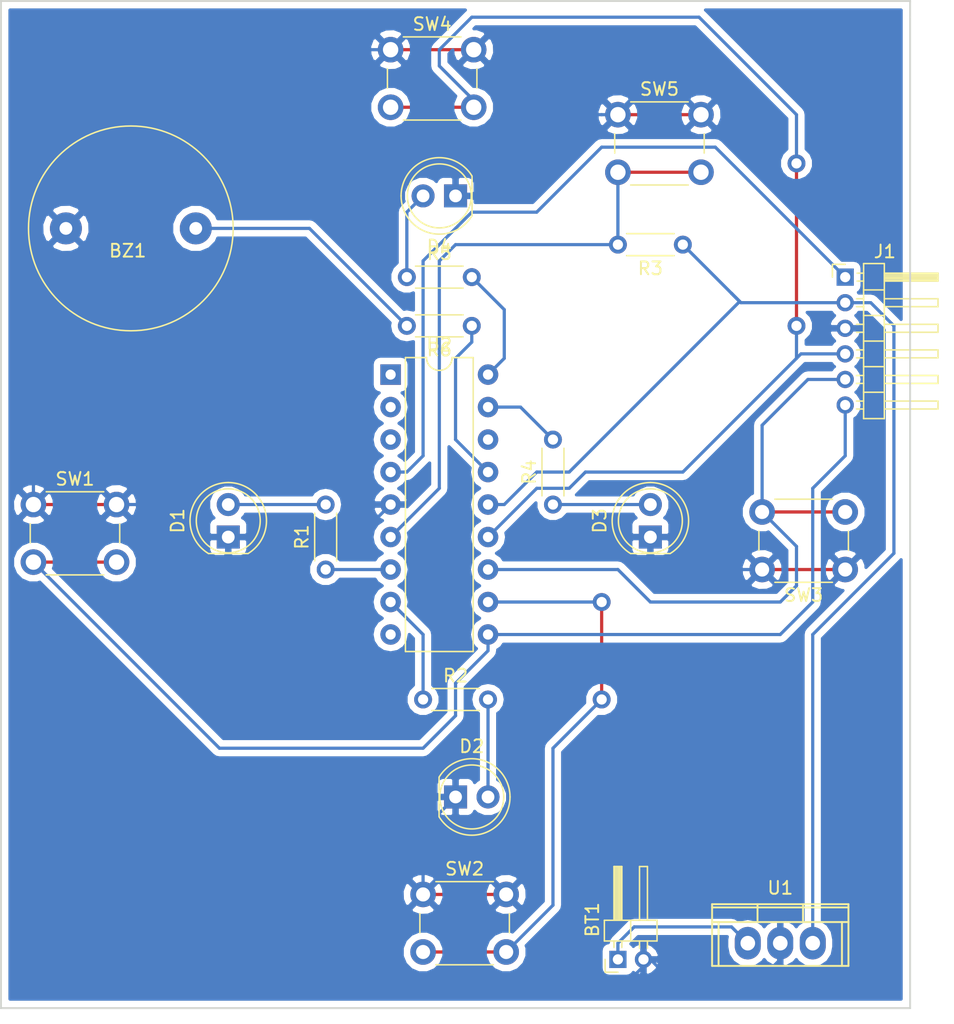
<source format=kicad_pcb>
(kicad_pcb (version 4) (host pcbnew 4.0.7-e2-6376~58~ubuntu16.04.1)

  (general
    (links 47)
    (no_connects 0)
    (area 48.184999 62.154999 122.885714 142.240001)
    (thickness 1.6)
    (drawings 8)
    (tracks 142)
    (zones 0)
    (modules 20)
    (nets 25)
  )

  (page A4)
  (layers
    (0 F.Cu signal)
    (31 B.Cu signal)
    (32 B.Adhes user)
    (33 F.Adhes user)
    (34 B.Paste user)
    (35 F.Paste user)
    (36 B.SilkS user)
    (37 F.SilkS user)
    (38 B.Mask user)
    (39 F.Mask user)
    (40 Dwgs.User user)
    (41 Cmts.User user)
    (42 Eco1.User user)
    (43 Eco2.User user)
    (44 Edge.Cuts user)
    (45 Margin user)
    (46 B.CrtYd user)
    (47 F.CrtYd user)
    (48 B.Fab user)
    (49 F.Fab user)
  )

  (setup
    (last_trace_width 0.25)
    (trace_clearance 0.2)
    (zone_clearance 0.508)
    (zone_45_only no)
    (trace_min 0.2)
    (segment_width 0.2)
    (edge_width 0.15)
    (via_size 0.6)
    (via_drill 0.4)
    (via_min_size 0.4)
    (via_min_drill 0.3)
    (user_via 1.4 0.8)
    (uvia_size 0.3)
    (uvia_drill 0.1)
    (uvias_allowed no)
    (uvia_min_size 0.2)
    (uvia_min_drill 0.1)
    (pcb_text_width 0.3)
    (pcb_text_size 1.5 1.5)
    (mod_edge_width 0.15)
    (mod_text_size 1 1)
    (mod_text_width 0.15)
    (pad_size 2.49936 2.49936)
    (pad_drill 1)
    (pad_to_mask_clearance 0.2)
    (aux_axis_origin 0 0)
    (visible_elements FFFFFF7F)
    (pcbplotparams
      (layerselection 0x01000_80000000)
      (usegerberextensions true)
      (excludeedgelayer true)
      (linewidth 0.100000)
      (plotframeref false)
      (viasonmask false)
      (mode 1)
      (useauxorigin false)
      (hpglpennumber 1)
      (hpglpenspeed 20)
      (hpglpendiameter 15)
      (hpglpenoverlay 2)
      (psnegative false)
      (psa4output false)
      (plotreference true)
      (plotvalue true)
      (plotinvisibletext false)
      (padsonsilk false)
      (subtractmaskfromsilk false)
      (outputformat 1)
      (mirror false)
      (drillshape 0)
      (scaleselection 1)
      (outputdirectory Output/))
  )

  (net 0 "")
  (net 1 "Net-(BT1-Pad1)")
  (net 2 GND)
  (net 3 "Net-(BZ1-Pad1)")
  (net 4 "Net-(D1-Pad2)")
  (net 5 "Net-(D2-Pad2)")
  (net 6 "Net-(D3-Pad2)")
  (net 7 "Net-(D4-Pad2)")
  (net 8 /MCLR)
  (net 9 VCC)
  (net 10 /PGD)
  (net 11 /PGC)
  (net 12 /PGM)
  (net 13 "Net-(R1-Pad1)")
  (net 14 "Net-(R2-Pad1)")
  (net 15 "Net-(R3-Pad2)")
  (net 16 "Net-(R4-Pad2)")
  (net 17 "Net-(R5-Pad2)")
  (net 18 "Net-(R6-Pad1)")
  (net 19 "Net-(SW2-Pad2)")
  (net 20 "Net-(U2-Pad1)")
  (net 21 "Net-(U2-Pad2)")
  (net 22 "Net-(U2-Pad3)")
  (net 23 "Net-(U2-Pad16)")
  (net 24 "Net-(U2-Pad9)")

  (net_class Default "This is the default net class."
    (clearance 0.2)
    (trace_width 0.25)
    (via_dia 0.6)
    (via_drill 0.4)
    (uvia_dia 0.3)
    (uvia_drill 0.1)
    (add_net /MCLR)
    (add_net /PGC)
    (add_net /PGD)
    (add_net /PGM)
    (add_net GND)
    (add_net "Net-(BT1-Pad1)")
    (add_net "Net-(BZ1-Pad1)")
    (add_net "Net-(D1-Pad2)")
    (add_net "Net-(D2-Pad2)")
    (add_net "Net-(D3-Pad2)")
    (add_net "Net-(D4-Pad2)")
    (add_net "Net-(R1-Pad1)")
    (add_net "Net-(R2-Pad1)")
    (add_net "Net-(R3-Pad2)")
    (add_net "Net-(R4-Pad2)")
    (add_net "Net-(R5-Pad2)")
    (add_net "Net-(R6-Pad1)")
    (add_net "Net-(SW2-Pad2)")
    (add_net "Net-(U2-Pad1)")
    (add_net "Net-(U2-Pad16)")
    (add_net "Net-(U2-Pad2)")
    (add_net "Net-(U2-Pad3)")
    (add_net "Net-(U2-Pad9)")
    (add_net VCC)
  )

  (module Buzzers_Beepers:BUZZER (layer F.Cu) (tedit 59D6ED62) (tstamp 59D42789)
    (at 58.42 80.01 180)
    (path /59D4513F)
    (fp_text reference BZ1 (at 0.24892 -1.75006 180) (layer F.SilkS)
      (effects (font (size 1 1) (thickness 0.15)))
    )
    (fp_text value Buzzer (at 0 1.50114 180) (layer F.Fab)
      (effects (font (size 1 1) (thickness 0.15)))
    )
    (fp_circle (center 0 0) (end 8.001 0.24892) (layer F.SilkS) (width 0.12))
    (pad 2 thru_hole circle (at 5.08 0 180) (size 2.49936 2.49936) (drill 1) (layers *.Cu *.Mask)
      (net 2 GND))
    (pad 1 thru_hole circle (at -5.08 0 180) (size 2.49936 2.49936) (drill 1) (layers *.Cu *.Mask)
      (net 3 "Net-(BZ1-Pad1)"))
  )

  (module LEDs:LED_D5.0mm (layer F.Cu) (tedit 59D6ECC0) (tstamp 59D4278F)
    (at 66.04 104.14 90)
    (descr "LED, diameter 5.0mm, 2 pins, http://cdn-reichelt.de/documents/datenblatt/A500/LL-504BC2E-009.pdf")
    (tags "LED diameter 5.0mm 2 pins")
    (path /59D43681)
    (fp_text reference D1 (at 1.27 -3.96 90) (layer F.SilkS)
      (effects (font (size 1 1) (thickness 0.15)))
    )
    (fp_text value LED (at 1.27 3.96 90) (layer F.Fab)
      (effects (font (size 1 1) (thickness 0.15)))
    )
    (fp_arc (start 1.27 0) (end -1.23 -1.469694) (angle 299.1) (layer F.Fab) (width 0.1))
    (fp_arc (start 1.27 0) (end -1.29 -1.54483) (angle 148.9) (layer F.SilkS) (width 0.12))
    (fp_arc (start 1.27 0) (end -1.29 1.54483) (angle -148.9) (layer F.SilkS) (width 0.12))
    (fp_circle (center 1.27 0) (end 3.77 0) (layer F.Fab) (width 0.1))
    (fp_circle (center 1.27 0) (end 3.77 0) (layer F.SilkS) (width 0.12))
    (fp_line (start -1.23 -1.469694) (end -1.23 1.469694) (layer F.Fab) (width 0.1))
    (fp_line (start -1.29 -1.545) (end -1.29 1.545) (layer F.SilkS) (width 0.12))
    (fp_line (start -1.95 -3.25) (end -1.95 3.25) (layer F.CrtYd) (width 0.05))
    (fp_line (start -1.95 3.25) (end 4.5 3.25) (layer F.CrtYd) (width 0.05))
    (fp_line (start 4.5 3.25) (end 4.5 -3.25) (layer F.CrtYd) (width 0.05))
    (fp_line (start 4.5 -3.25) (end -1.95 -3.25) (layer F.CrtYd) (width 0.05))
    (fp_text user %R (at 1.25 0 90) (layer F.Fab)
      (effects (font (size 0.8 0.8) (thickness 0.2)))
    )
    (pad 1 thru_hole rect (at 0 0 90) (size 1.8 1.8) (drill 1) (layers *.Cu *.Mask)
      (net 2 GND))
    (pad 2 thru_hole circle (at 2.54 0 90) (size 1.8 1.8) (drill 1) (layers *.Cu *.Mask)
      (net 4 "Net-(D1-Pad2)"))
    (model ${KISYS3DMOD}/LEDs.3dshapes/LED_D5.0mm.wrl
      (at (xyz 0 0 0))
      (scale (xyz 0.393701 0.393701 0.393701))
      (rotate (xyz 0 0 0))
    )
  )

  (module LEDs:LED_D5.0mm (layer F.Cu) (tedit 59D6EC77) (tstamp 59D42795)
    (at 83.82 124.46)
    (descr "LED, diameter 5.0mm, 2 pins, http://cdn-reichelt.de/documents/datenblatt/A500/LL-504BC2E-009.pdf")
    (tags "LED diameter 5.0mm 2 pins")
    (path /59D43820)
    (fp_text reference D2 (at 1.27 -3.96) (layer F.SilkS)
      (effects (font (size 1 1) (thickness 0.15)))
    )
    (fp_text value LED (at 1.27 3.96) (layer F.Fab)
      (effects (font (size 1 1) (thickness 0.15)))
    )
    (fp_arc (start 1.27 0) (end -1.23 -1.469694) (angle 299.1) (layer F.Fab) (width 0.1))
    (fp_arc (start 1.27 0) (end -1.29 -1.54483) (angle 148.9) (layer F.SilkS) (width 0.12))
    (fp_arc (start 1.27 0) (end -1.29 1.54483) (angle -148.9) (layer F.SilkS) (width 0.12))
    (fp_circle (center 1.27 0) (end 3.77 0) (layer F.Fab) (width 0.1))
    (fp_circle (center 1.27 0) (end 3.77 0) (layer F.SilkS) (width 0.12))
    (fp_line (start -1.23 -1.469694) (end -1.23 1.469694) (layer F.Fab) (width 0.1))
    (fp_line (start -1.29 -1.545) (end -1.29 1.545) (layer F.SilkS) (width 0.12))
    (fp_line (start -1.95 -3.25) (end -1.95 3.25) (layer F.CrtYd) (width 0.05))
    (fp_line (start -1.95 3.25) (end 4.5 3.25) (layer F.CrtYd) (width 0.05))
    (fp_line (start 4.5 3.25) (end 4.5 -3.25) (layer F.CrtYd) (width 0.05))
    (fp_line (start 4.5 -3.25) (end -1.95 -3.25) (layer F.CrtYd) (width 0.05))
    (fp_text user %R (at 1.25 0) (layer F.Fab)
      (effects (font (size 0.8 0.8) (thickness 0.2)))
    )
    (pad 1 thru_hole rect (at 0 0) (size 1.8 1.8) (drill 1) (layers *.Cu *.Mask)
      (net 2 GND))
    (pad 2 thru_hole circle (at 2.54 0) (size 1.8 1.8) (drill 1) (layers *.Cu *.Mask)
      (net 5 "Net-(D2-Pad2)"))
    (model ${KISYS3DMOD}/LEDs.3dshapes/LED_D5.0mm.wrl
      (at (xyz 0 0 0))
      (scale (xyz 0.393701 0.393701 0.393701))
      (rotate (xyz 0 0 0))
    )
  )

  (module LEDs:LED_D5.0mm (layer F.Cu) (tedit 59D6ECB5) (tstamp 59D4279B)
    (at 99.06 104.14 90)
    (descr "LED, diameter 5.0mm, 2 pins, http://cdn-reichelt.de/documents/datenblatt/A500/LL-504BC2E-009.pdf")
    (tags "LED diameter 5.0mm 2 pins")
    (path /59D43A3F)
    (fp_text reference D3 (at 1.27 -3.96 90) (layer F.SilkS)
      (effects (font (size 1 1) (thickness 0.15)))
    )
    (fp_text value LED (at 1.27 3.96 90) (layer F.Fab)
      (effects (font (size 1 1) (thickness 0.15)))
    )
    (fp_arc (start 1.27 0) (end -1.23 -1.469694) (angle 299.1) (layer F.Fab) (width 0.1))
    (fp_arc (start 1.27 0) (end -1.29 -1.54483) (angle 148.9) (layer F.SilkS) (width 0.12))
    (fp_arc (start 1.27 0) (end -1.29 1.54483) (angle -148.9) (layer F.SilkS) (width 0.12))
    (fp_circle (center 1.27 0) (end 3.77 0) (layer F.Fab) (width 0.1))
    (fp_circle (center 1.27 0) (end 3.77 0) (layer F.SilkS) (width 0.12))
    (fp_line (start -1.23 -1.469694) (end -1.23 1.469694) (layer F.Fab) (width 0.1))
    (fp_line (start -1.29 -1.545) (end -1.29 1.545) (layer F.SilkS) (width 0.12))
    (fp_line (start -1.95 -3.25) (end -1.95 3.25) (layer F.CrtYd) (width 0.05))
    (fp_line (start -1.95 3.25) (end 4.5 3.25) (layer F.CrtYd) (width 0.05))
    (fp_line (start 4.5 3.25) (end 4.5 -3.25) (layer F.CrtYd) (width 0.05))
    (fp_line (start 4.5 -3.25) (end -1.95 -3.25) (layer F.CrtYd) (width 0.05))
    (fp_text user %R (at 1.25 0 90) (layer F.Fab)
      (effects (font (size 0.8 0.8) (thickness 0.2)))
    )
    (pad 1 thru_hole rect (at 0 0 90) (size 1.8 1.8) (drill 1) (layers *.Cu *.Mask)
      (net 2 GND))
    (pad 2 thru_hole circle (at 2.54 0 90) (size 1.8 1.8) (drill 1) (layers *.Cu *.Mask)
      (net 6 "Net-(D3-Pad2)"))
    (model ${KISYS3DMOD}/LEDs.3dshapes/LED_D5.0mm.wrl
      (at (xyz 0 0 0))
      (scale (xyz 0.393701 0.393701 0.393701))
      (rotate (xyz 0 0 0))
    )
  )

  (module LEDs:LED_D5.0mm (layer F.Cu) (tedit 5995936A) (tstamp 59D427A1)
    (at 83.82 77.47 180)
    (descr "LED, diameter 5.0mm, 2 pins, http://cdn-reichelt.de/documents/datenblatt/A500/LL-504BC2E-009.pdf")
    (tags "LED diameter 5.0mm 2 pins")
    (path /59D43ADD)
    (fp_text reference D4 (at 1.27 -3.96 180) (layer F.SilkS)
      (effects (font (size 1 1) (thickness 0.15)))
    )
    (fp_text value LED (at 1.27 3.96 180) (layer F.Fab)
      (effects (font (size 1 1) (thickness 0.15)))
    )
    (fp_arc (start 1.27 0) (end -1.23 -1.469694) (angle 299.1) (layer F.Fab) (width 0.1))
    (fp_arc (start 1.27 0) (end -1.29 -1.54483) (angle 148.9) (layer F.SilkS) (width 0.12))
    (fp_arc (start 1.27 0) (end -1.29 1.54483) (angle -148.9) (layer F.SilkS) (width 0.12))
    (fp_circle (center 1.27 0) (end 3.77 0) (layer F.Fab) (width 0.1))
    (fp_circle (center 1.27 0) (end 3.77 0) (layer F.SilkS) (width 0.12))
    (fp_line (start -1.23 -1.469694) (end -1.23 1.469694) (layer F.Fab) (width 0.1))
    (fp_line (start -1.29 -1.545) (end -1.29 1.545) (layer F.SilkS) (width 0.12))
    (fp_line (start -1.95 -3.25) (end -1.95 3.25) (layer F.CrtYd) (width 0.05))
    (fp_line (start -1.95 3.25) (end 4.5 3.25) (layer F.CrtYd) (width 0.05))
    (fp_line (start 4.5 3.25) (end 4.5 -3.25) (layer F.CrtYd) (width 0.05))
    (fp_line (start 4.5 -3.25) (end -1.95 -3.25) (layer F.CrtYd) (width 0.05))
    (fp_text user %R (at 1.25 0 180) (layer F.Fab)
      (effects (font (size 0.8 0.8) (thickness 0.2)))
    )
    (pad 1 thru_hole rect (at 0 0 180) (size 1.8 1.8) (drill 1) (layers *.Cu *.Mask)
      (net 2 GND))
    (pad 2 thru_hole circle (at 2.54 0 180) (size 1.8 1.8) (drill 1) (layers *.Cu *.Mask)
      (net 7 "Net-(D4-Pad2)"))
    (model ${KISYS3DMOD}/LEDs.3dshapes/LED_D5.0mm.wrl
      (at (xyz 0 0 0))
      (scale (xyz 0.393701 0.393701 0.393701))
      (rotate (xyz 0 0 0))
    )
  )

  (module Resistors_THT:R_Axial_DIN0204_L3.6mm_D1.6mm_P5.08mm_Horizontal (layer F.Cu) (tedit 5874F706) (tstamp 59D427B1)
    (at 73.66 106.68 90)
    (descr "Resistor, Axial_DIN0204 series, Axial, Horizontal, pin pitch=5.08mm, 0.16666666666666666W = 1/6W, length*diameter=3.6*1.6mm^2, http://cdn-reichelt.de/documents/datenblatt/B400/1_4W%23YAG.pdf")
    (tags "Resistor Axial_DIN0204 series Axial Horizontal pin pitch 5.08mm 0.16666666666666666W = 1/6W length 3.6mm diameter 1.6mm")
    (path /59D41500)
    (fp_text reference R1 (at 2.54 -1.86 90) (layer F.SilkS)
      (effects (font (size 1 1) (thickness 0.15)))
    )
    (fp_text value 220 (at 2.54 1.86 90) (layer F.Fab)
      (effects (font (size 1 1) (thickness 0.15)))
    )
    (fp_line (start 0.74 -0.8) (end 0.74 0.8) (layer F.Fab) (width 0.1))
    (fp_line (start 0.74 0.8) (end 4.34 0.8) (layer F.Fab) (width 0.1))
    (fp_line (start 4.34 0.8) (end 4.34 -0.8) (layer F.Fab) (width 0.1))
    (fp_line (start 4.34 -0.8) (end 0.74 -0.8) (layer F.Fab) (width 0.1))
    (fp_line (start 0 0) (end 0.74 0) (layer F.Fab) (width 0.1))
    (fp_line (start 5.08 0) (end 4.34 0) (layer F.Fab) (width 0.1))
    (fp_line (start 0.68 -0.86) (end 4.4 -0.86) (layer F.SilkS) (width 0.12))
    (fp_line (start 0.68 0.86) (end 4.4 0.86) (layer F.SilkS) (width 0.12))
    (fp_line (start -0.95 -1.15) (end -0.95 1.15) (layer F.CrtYd) (width 0.05))
    (fp_line (start -0.95 1.15) (end 6.05 1.15) (layer F.CrtYd) (width 0.05))
    (fp_line (start 6.05 1.15) (end 6.05 -1.15) (layer F.CrtYd) (width 0.05))
    (fp_line (start 6.05 -1.15) (end -0.95 -1.15) (layer F.CrtYd) (width 0.05))
    (pad 1 thru_hole circle (at 0 0 90) (size 1.4 1.4) (drill 0.8) (layers *.Cu *.Mask)
      (net 13 "Net-(R1-Pad1)"))
    (pad 2 thru_hole oval (at 5.08 0 90) (size 1.4 1.4) (drill 0.8) (layers *.Cu *.Mask)
      (net 4 "Net-(D1-Pad2)"))
    (model ${KISYS3DMOD}/Resistors_THT.3dshapes/R_Axial_DIN0204_L3.6mm_D1.6mm_P5.08mm_Horizontal.wrl
      (at (xyz 0 0 0))
      (scale (xyz 0.393701 0.393701 0.393701))
      (rotate (xyz 0 0 0))
    )
  )

  (module Resistors_THT:R_Axial_DIN0204_L3.6mm_D1.6mm_P5.08mm_Horizontal (layer F.Cu) (tedit 59D6EC82) (tstamp 59D427B7)
    (at 81.28 116.84)
    (descr "Resistor, Axial_DIN0204 series, Axial, Horizontal, pin pitch=5.08mm, 0.16666666666666666W = 1/6W, length*diameter=3.6*1.6mm^2, http://cdn-reichelt.de/documents/datenblatt/B400/1_4W%23YAG.pdf")
    (tags "Resistor Axial_DIN0204 series Axial Horizontal pin pitch 5.08mm 0.16666666666666666W = 1/6W length 3.6mm diameter 1.6mm")
    (path /59D415F5)
    (fp_text reference R2 (at 2.54 -1.86) (layer F.SilkS)
      (effects (font (size 1 1) (thickness 0.15)))
    )
    (fp_text value 220 (at 2.54 1.86) (layer F.Fab)
      (effects (font (size 1 1) (thickness 0.15)))
    )
    (fp_line (start 0.74 -0.8) (end 0.74 0.8) (layer F.Fab) (width 0.1))
    (fp_line (start 0.74 0.8) (end 4.34 0.8) (layer F.Fab) (width 0.1))
    (fp_line (start 4.34 0.8) (end 4.34 -0.8) (layer F.Fab) (width 0.1))
    (fp_line (start 4.34 -0.8) (end 0.74 -0.8) (layer F.Fab) (width 0.1))
    (fp_line (start 0 0) (end 0.74 0) (layer F.Fab) (width 0.1))
    (fp_line (start 5.08 0) (end 4.34 0) (layer F.Fab) (width 0.1))
    (fp_line (start 0.68 -0.86) (end 4.4 -0.86) (layer F.SilkS) (width 0.12))
    (fp_line (start 0.68 0.86) (end 4.4 0.86) (layer F.SilkS) (width 0.12))
    (fp_line (start -0.95 -1.15) (end -0.95 1.15) (layer F.CrtYd) (width 0.05))
    (fp_line (start -0.95 1.15) (end 6.05 1.15) (layer F.CrtYd) (width 0.05))
    (fp_line (start 6.05 1.15) (end 6.05 -1.15) (layer F.CrtYd) (width 0.05))
    (fp_line (start 6.05 -1.15) (end -0.95 -1.15) (layer F.CrtYd) (width 0.05))
    (pad 1 thru_hole circle (at 0 0) (size 1.4 1.4) (drill 0.8) (layers *.Cu *.Mask)
      (net 14 "Net-(R2-Pad1)"))
    (pad 2 thru_hole oval (at 5.08 0) (size 1.4 1.4) (drill 0.8) (layers *.Cu *.Mask)
      (net 5 "Net-(D2-Pad2)"))
    (model ${KISYS3DMOD}/Resistors_THT.3dshapes/R_Axial_DIN0204_L3.6mm_D1.6mm_P5.08mm_Horizontal.wrl
      (at (xyz 0 0 0))
      (scale (xyz 0.393701 0.393701 0.393701))
      (rotate (xyz 0 0 0))
    )
  )

  (module Resistors_THT:R_Axial_DIN0204_L3.6mm_D1.6mm_P5.08mm_Horizontal (layer F.Cu) (tedit 59D6ED2A) (tstamp 59D427BD)
    (at 101.6 81.28 180)
    (descr "Resistor, Axial_DIN0204 series, Axial, Horizontal, pin pitch=5.08mm, 0.16666666666666666W = 1/6W, length*diameter=3.6*1.6mm^2, http://cdn-reichelt.de/documents/datenblatt/B400/1_4W%23YAG.pdf")
    (tags "Resistor Axial_DIN0204 series Axial Horizontal pin pitch 5.08mm 0.16666666666666666W = 1/6W length 3.6mm diameter 1.6mm")
    (path /59D42487)
    (fp_text reference R3 (at 2.54 -1.86 180) (layer F.SilkS)
      (effects (font (size 1 1) (thickness 0.15)))
    )
    (fp_text value 6k8 (at 2.54 1.86 180) (layer F.Fab)
      (effects (font (size 1 1) (thickness 0.15)))
    )
    (fp_line (start 0.74 -0.8) (end 0.74 0.8) (layer F.Fab) (width 0.1))
    (fp_line (start 0.74 0.8) (end 4.34 0.8) (layer F.Fab) (width 0.1))
    (fp_line (start 4.34 0.8) (end 4.34 -0.8) (layer F.Fab) (width 0.1))
    (fp_line (start 4.34 -0.8) (end 0.74 -0.8) (layer F.Fab) (width 0.1))
    (fp_line (start 0 0) (end 0.74 0) (layer F.Fab) (width 0.1))
    (fp_line (start 5.08 0) (end 4.34 0) (layer F.Fab) (width 0.1))
    (fp_line (start 0.68 -0.86) (end 4.4 -0.86) (layer F.SilkS) (width 0.12))
    (fp_line (start 0.68 0.86) (end 4.4 0.86) (layer F.SilkS) (width 0.12))
    (fp_line (start -0.95 -1.15) (end -0.95 1.15) (layer F.CrtYd) (width 0.05))
    (fp_line (start -0.95 1.15) (end 6.05 1.15) (layer F.CrtYd) (width 0.05))
    (fp_line (start 6.05 1.15) (end 6.05 -1.15) (layer F.CrtYd) (width 0.05))
    (fp_line (start 6.05 -1.15) (end -0.95 -1.15) (layer F.CrtYd) (width 0.05))
    (pad 1 thru_hole circle (at 0 0 180) (size 1.4 1.4) (drill 0.8) (layers *.Cu *.Mask)
      (net 9 VCC))
    (pad 2 thru_hole oval (at 5.08 0 180) (size 1.4 1.4) (drill 0.8) (layers *.Cu *.Mask)
      (net 15 "Net-(R3-Pad2)"))
    (model ${KISYS3DMOD}/Resistors_THT.3dshapes/R_Axial_DIN0204_L3.6mm_D1.6mm_P5.08mm_Horizontal.wrl
      (at (xyz 0 0 0))
      (scale (xyz 0.393701 0.393701 0.393701))
      (rotate (xyz 0 0 0))
    )
  )

  (module Resistors_THT:R_Axial_DIN0204_L3.6mm_D1.6mm_P5.08mm_Horizontal (layer F.Cu) (tedit 5874F706) (tstamp 59D427C3)
    (at 91.44 101.6 90)
    (descr "Resistor, Axial_DIN0204 series, Axial, Horizontal, pin pitch=5.08mm, 0.16666666666666666W = 1/6W, length*diameter=3.6*1.6mm^2, http://cdn-reichelt.de/documents/datenblatt/B400/1_4W%23YAG.pdf")
    (tags "Resistor Axial_DIN0204 series Axial Horizontal pin pitch 5.08mm 0.16666666666666666W = 1/6W length 3.6mm diameter 1.6mm")
    (path /59D416E5)
    (fp_text reference R4 (at 2.54 -1.86 90) (layer F.SilkS)
      (effects (font (size 1 1) (thickness 0.15)))
    )
    (fp_text value 220 (at 2.54 1.86 90) (layer F.Fab)
      (effects (font (size 1 1) (thickness 0.15)))
    )
    (fp_line (start 0.74 -0.8) (end 0.74 0.8) (layer F.Fab) (width 0.1))
    (fp_line (start 0.74 0.8) (end 4.34 0.8) (layer F.Fab) (width 0.1))
    (fp_line (start 4.34 0.8) (end 4.34 -0.8) (layer F.Fab) (width 0.1))
    (fp_line (start 4.34 -0.8) (end 0.74 -0.8) (layer F.Fab) (width 0.1))
    (fp_line (start 0 0) (end 0.74 0) (layer F.Fab) (width 0.1))
    (fp_line (start 5.08 0) (end 4.34 0) (layer F.Fab) (width 0.1))
    (fp_line (start 0.68 -0.86) (end 4.4 -0.86) (layer F.SilkS) (width 0.12))
    (fp_line (start 0.68 0.86) (end 4.4 0.86) (layer F.SilkS) (width 0.12))
    (fp_line (start -0.95 -1.15) (end -0.95 1.15) (layer F.CrtYd) (width 0.05))
    (fp_line (start -0.95 1.15) (end 6.05 1.15) (layer F.CrtYd) (width 0.05))
    (fp_line (start 6.05 1.15) (end 6.05 -1.15) (layer F.CrtYd) (width 0.05))
    (fp_line (start 6.05 -1.15) (end -0.95 -1.15) (layer F.CrtYd) (width 0.05))
    (pad 1 thru_hole circle (at 0 0 90) (size 1.4 1.4) (drill 0.8) (layers *.Cu *.Mask)
      (net 6 "Net-(D3-Pad2)"))
    (pad 2 thru_hole oval (at 5.08 0 90) (size 1.4 1.4) (drill 0.8) (layers *.Cu *.Mask)
      (net 16 "Net-(R4-Pad2)"))
    (model ${KISYS3DMOD}/Resistors_THT.3dshapes/R_Axial_DIN0204_L3.6mm_D1.6mm_P5.08mm_Horizontal.wrl
      (at (xyz 0 0 0))
      (scale (xyz 0.393701 0.393701 0.393701))
      (rotate (xyz 0 0 0))
    )
  )

  (module Resistors_THT:R_Axial_DIN0204_L3.6mm_D1.6mm_P5.08mm_Horizontal (layer F.Cu) (tedit 59D6ED35) (tstamp 59D427C9)
    (at 80.01 83.82)
    (descr "Resistor, Axial_DIN0204 series, Axial, Horizontal, pin pitch=5.08mm, 0.16666666666666666W = 1/6W, length*diameter=3.6*1.6mm^2, http://cdn-reichelt.de/documents/datenblatt/B400/1_4W%23YAG.pdf")
    (tags "Resistor Axial_DIN0204 series Axial Horizontal pin pitch 5.08mm 0.16666666666666666W = 1/6W length 3.6mm diameter 1.6mm")
    (path /59D4176F)
    (fp_text reference R5 (at 2.54 -1.86) (layer F.SilkS)
      (effects (font (size 1 1) (thickness 0.15)))
    )
    (fp_text value 220 (at 2.54 1.86) (layer F.Fab)
      (effects (font (size 1 1) (thickness 0.15)))
    )
    (fp_line (start 0.74 -0.8) (end 0.74 0.8) (layer F.Fab) (width 0.1))
    (fp_line (start 0.74 0.8) (end 4.34 0.8) (layer F.Fab) (width 0.1))
    (fp_line (start 4.34 0.8) (end 4.34 -0.8) (layer F.Fab) (width 0.1))
    (fp_line (start 4.34 -0.8) (end 0.74 -0.8) (layer F.Fab) (width 0.1))
    (fp_line (start 0 0) (end 0.74 0) (layer F.Fab) (width 0.1))
    (fp_line (start 5.08 0) (end 4.34 0) (layer F.Fab) (width 0.1))
    (fp_line (start 0.68 -0.86) (end 4.4 -0.86) (layer F.SilkS) (width 0.12))
    (fp_line (start 0.68 0.86) (end 4.4 0.86) (layer F.SilkS) (width 0.12))
    (fp_line (start -0.95 -1.15) (end -0.95 1.15) (layer F.CrtYd) (width 0.05))
    (fp_line (start -0.95 1.15) (end 6.05 1.15) (layer F.CrtYd) (width 0.05))
    (fp_line (start 6.05 1.15) (end 6.05 -1.15) (layer F.CrtYd) (width 0.05))
    (fp_line (start 6.05 -1.15) (end -0.95 -1.15) (layer F.CrtYd) (width 0.05))
    (pad 1 thru_hole circle (at 0 0) (size 1.4 1.4) (drill 0.8) (layers *.Cu *.Mask)
      (net 7 "Net-(D4-Pad2)"))
    (pad 2 thru_hole oval (at 5.08 0) (size 1.4 1.4) (drill 0.8) (layers *.Cu *.Mask)
      (net 17 "Net-(R5-Pad2)"))
    (model ${KISYS3DMOD}/Resistors_THT.3dshapes/R_Axial_DIN0204_L3.6mm_D1.6mm_P5.08mm_Horizontal.wrl
      (at (xyz 0 0 0))
      (scale (xyz 0.393701 0.393701 0.393701))
      (rotate (xyz 0 0 0))
    )
  )

  (module Resistors_THT:R_Axial_DIN0204_L3.6mm_D1.6mm_P5.08mm_Horizontal (layer F.Cu) (tedit 5874F706) (tstamp 59D427CF)
    (at 85.09 87.63 180)
    (descr "Resistor, Axial_DIN0204 series, Axial, Horizontal, pin pitch=5.08mm, 0.16666666666666666W = 1/6W, length*diameter=3.6*1.6mm^2, http://cdn-reichelt.de/documents/datenblatt/B400/1_4W%23YAG.pdf")
    (tags "Resistor Axial_DIN0204 series Axial Horizontal pin pitch 5.08mm 0.16666666666666666W = 1/6W length 3.6mm diameter 1.6mm")
    (path /59D456D8)
    (fp_text reference R6 (at 2.54 -1.86 180) (layer F.SilkS)
      (effects (font (size 1 1) (thickness 0.15)))
    )
    (fp_text value 100 (at 2.54 1.86 180) (layer F.Fab)
      (effects (font (size 1 1) (thickness 0.15)))
    )
    (fp_line (start 0.74 -0.8) (end 0.74 0.8) (layer F.Fab) (width 0.1))
    (fp_line (start 0.74 0.8) (end 4.34 0.8) (layer F.Fab) (width 0.1))
    (fp_line (start 4.34 0.8) (end 4.34 -0.8) (layer F.Fab) (width 0.1))
    (fp_line (start 4.34 -0.8) (end 0.74 -0.8) (layer F.Fab) (width 0.1))
    (fp_line (start 0 0) (end 0.74 0) (layer F.Fab) (width 0.1))
    (fp_line (start 5.08 0) (end 4.34 0) (layer F.Fab) (width 0.1))
    (fp_line (start 0.68 -0.86) (end 4.4 -0.86) (layer F.SilkS) (width 0.12))
    (fp_line (start 0.68 0.86) (end 4.4 0.86) (layer F.SilkS) (width 0.12))
    (fp_line (start -0.95 -1.15) (end -0.95 1.15) (layer F.CrtYd) (width 0.05))
    (fp_line (start -0.95 1.15) (end 6.05 1.15) (layer F.CrtYd) (width 0.05))
    (fp_line (start 6.05 1.15) (end 6.05 -1.15) (layer F.CrtYd) (width 0.05))
    (fp_line (start 6.05 -1.15) (end -0.95 -1.15) (layer F.CrtYd) (width 0.05))
    (pad 1 thru_hole circle (at 0 0 180) (size 1.4 1.4) (drill 0.8) (layers *.Cu *.Mask)
      (net 18 "Net-(R6-Pad1)"))
    (pad 2 thru_hole oval (at 5.08 0 180) (size 1.4 1.4) (drill 0.8) (layers *.Cu *.Mask)
      (net 3 "Net-(BZ1-Pad1)"))
    (model ${KISYS3DMOD}/Resistors_THT.3dshapes/R_Axial_DIN0204_L3.6mm_D1.6mm_P5.08mm_Horizontal.wrl
      (at (xyz 0 0 0))
      (scale (xyz 0.393701 0.393701 0.393701))
      (rotate (xyz 0 0 0))
    )
  )

  (module Buttons_Switches_THT:SW_PUSH_6mm (layer F.Cu) (tedit 59D6ECD7) (tstamp 59D427D7)
    (at 50.8 101.6)
    (descr https://www.omron.com/ecb/products/pdf/en-b3f.pdf)
    (tags "tact sw push 6mm")
    (path /59D41863)
    (fp_text reference SW1 (at 3.25 -2) (layer F.SilkS)
      (effects (font (size 1 1) (thickness 0.15)))
    )
    (fp_text value SW_Push (at 3.75 6.7) (layer F.Fab)
      (effects (font (size 1 1) (thickness 0.15)))
    )
    (fp_text user %R (at 3.25 2.25) (layer F.Fab)
      (effects (font (size 1 1) (thickness 0.15)))
    )
    (fp_line (start 3.25 -0.75) (end 6.25 -0.75) (layer F.Fab) (width 0.1))
    (fp_line (start 6.25 -0.75) (end 6.25 5.25) (layer F.Fab) (width 0.1))
    (fp_line (start 6.25 5.25) (end 0.25 5.25) (layer F.Fab) (width 0.1))
    (fp_line (start 0.25 5.25) (end 0.25 -0.75) (layer F.Fab) (width 0.1))
    (fp_line (start 0.25 -0.75) (end 3.25 -0.75) (layer F.Fab) (width 0.1))
    (fp_line (start 7.75 6) (end 8 6) (layer F.CrtYd) (width 0.05))
    (fp_line (start 8 6) (end 8 5.75) (layer F.CrtYd) (width 0.05))
    (fp_line (start 7.75 -1.5) (end 8 -1.5) (layer F.CrtYd) (width 0.05))
    (fp_line (start 8 -1.5) (end 8 -1.25) (layer F.CrtYd) (width 0.05))
    (fp_line (start -1.5 -1.25) (end -1.5 -1.5) (layer F.CrtYd) (width 0.05))
    (fp_line (start -1.5 -1.5) (end -1.25 -1.5) (layer F.CrtYd) (width 0.05))
    (fp_line (start -1.5 5.75) (end -1.5 6) (layer F.CrtYd) (width 0.05))
    (fp_line (start -1.5 6) (end -1.25 6) (layer F.CrtYd) (width 0.05))
    (fp_line (start -1.25 -1.5) (end 7.75 -1.5) (layer F.CrtYd) (width 0.05))
    (fp_line (start -1.5 5.75) (end -1.5 -1.25) (layer F.CrtYd) (width 0.05))
    (fp_line (start 7.75 6) (end -1.25 6) (layer F.CrtYd) (width 0.05))
    (fp_line (start 8 -1.25) (end 8 5.75) (layer F.CrtYd) (width 0.05))
    (fp_line (start 1 5.5) (end 5.5 5.5) (layer F.SilkS) (width 0.12))
    (fp_line (start -0.25 1.5) (end -0.25 3) (layer F.SilkS) (width 0.12))
    (fp_line (start 5.5 -1) (end 1 -1) (layer F.SilkS) (width 0.12))
    (fp_line (start 6.75 3) (end 6.75 1.5) (layer F.SilkS) (width 0.12))
    (fp_circle (center 3.25 2.25) (end 1.25 2.5) (layer F.Fab) (width 0.1))
    (pad 2 thru_hole circle (at 0 4.5 90) (size 2 2) (drill 1.2) (layers *.Cu *.Mask)
      (net 12 /PGM))
    (pad 1 thru_hole circle (at 0 0 90) (size 2 2) (drill 1.2) (layers *.Cu *.Mask)
      (net 2 GND))
    (pad 2 thru_hole circle (at 6.5 4.5 90) (size 2 2) (drill 1.2) (layers *.Cu *.Mask)
      (net 12 /PGM))
    (pad 1 thru_hole circle (at 6.5 0 90) (size 2 2) (drill 1.2) (layers *.Cu *.Mask)
      (net 2 GND))
    (model ${KISYS3DMOD}/Buttons_Switches_THT.3dshapes/SW_PUSH_6mm.wrl
      (at (xyz 0.005 0 0))
      (scale (xyz 0.3937 0.3937 0.3937))
      (rotate (xyz 0 0 0))
    )
  )

  (module Buttons_Switches_THT:SW_PUSH_6mm (layer F.Cu) (tedit 5923F252) (tstamp 59D427DF)
    (at 81.28 132.08)
    (descr https://www.omron.com/ecb/products/pdf/en-b3f.pdf)
    (tags "tact sw push 6mm")
    (path /59D41AF6)
    (fp_text reference SW2 (at 3.25 -2) (layer F.SilkS)
      (effects (font (size 1 1) (thickness 0.15)))
    )
    (fp_text value SW_Push (at 3.75 6.7) (layer F.Fab)
      (effects (font (size 1 1) (thickness 0.15)))
    )
    (fp_text user %R (at 3.25 2.25) (layer F.Fab)
      (effects (font (size 1 1) (thickness 0.15)))
    )
    (fp_line (start 3.25 -0.75) (end 6.25 -0.75) (layer F.Fab) (width 0.1))
    (fp_line (start 6.25 -0.75) (end 6.25 5.25) (layer F.Fab) (width 0.1))
    (fp_line (start 6.25 5.25) (end 0.25 5.25) (layer F.Fab) (width 0.1))
    (fp_line (start 0.25 5.25) (end 0.25 -0.75) (layer F.Fab) (width 0.1))
    (fp_line (start 0.25 -0.75) (end 3.25 -0.75) (layer F.Fab) (width 0.1))
    (fp_line (start 7.75 6) (end 8 6) (layer F.CrtYd) (width 0.05))
    (fp_line (start 8 6) (end 8 5.75) (layer F.CrtYd) (width 0.05))
    (fp_line (start 7.75 -1.5) (end 8 -1.5) (layer F.CrtYd) (width 0.05))
    (fp_line (start 8 -1.5) (end 8 -1.25) (layer F.CrtYd) (width 0.05))
    (fp_line (start -1.5 -1.25) (end -1.5 -1.5) (layer F.CrtYd) (width 0.05))
    (fp_line (start -1.5 -1.5) (end -1.25 -1.5) (layer F.CrtYd) (width 0.05))
    (fp_line (start -1.5 5.75) (end -1.5 6) (layer F.CrtYd) (width 0.05))
    (fp_line (start -1.5 6) (end -1.25 6) (layer F.CrtYd) (width 0.05))
    (fp_line (start -1.25 -1.5) (end 7.75 -1.5) (layer F.CrtYd) (width 0.05))
    (fp_line (start -1.5 5.75) (end -1.5 -1.25) (layer F.CrtYd) (width 0.05))
    (fp_line (start 7.75 6) (end -1.25 6) (layer F.CrtYd) (width 0.05))
    (fp_line (start 8 -1.25) (end 8 5.75) (layer F.CrtYd) (width 0.05))
    (fp_line (start 1 5.5) (end 5.5 5.5) (layer F.SilkS) (width 0.12))
    (fp_line (start -0.25 1.5) (end -0.25 3) (layer F.SilkS) (width 0.12))
    (fp_line (start 5.5 -1) (end 1 -1) (layer F.SilkS) (width 0.12))
    (fp_line (start 6.75 3) (end 6.75 1.5) (layer F.SilkS) (width 0.12))
    (fp_circle (center 3.25 2.25) (end 1.25 2.5) (layer F.Fab) (width 0.1))
    (pad 2 thru_hole circle (at 0 4.5 90) (size 2 2) (drill 1.1) (layers *.Cu *.Mask)
      (net 19 "Net-(SW2-Pad2)"))
    (pad 1 thru_hole circle (at 0 0 90) (size 2 2) (drill 1.1) (layers *.Cu *.Mask)
      (net 2 GND))
    (pad 2 thru_hole circle (at 6.5 4.5 90) (size 2 2) (drill 1.1) (layers *.Cu *.Mask)
      (net 19 "Net-(SW2-Pad2)"))
    (pad 1 thru_hole circle (at 6.5 0 90) (size 2 2) (drill 1.1) (layers *.Cu *.Mask)
      (net 2 GND))
    (model ${KISYS3DMOD}/Buttons_Switches_THT.3dshapes/SW_PUSH_6mm.wrl
      (at (xyz 0.005 0 0))
      (scale (xyz 0.3937 0.3937 0.3937))
      (rotate (xyz 0 0 0))
    )
  )

  (module Buttons_Switches_THT:SW_PUSH_6mm (layer F.Cu) (tedit 5923F252) (tstamp 59D427E7)
    (at 114.3 106.68 180)
    (descr https://www.omron.com/ecb/products/pdf/en-b3f.pdf)
    (tags "tact sw push 6mm")
    (path /59D41B25)
    (fp_text reference SW3 (at 3.25 -2 180) (layer F.SilkS)
      (effects (font (size 1 1) (thickness 0.15)))
    )
    (fp_text value SW_Push (at 3.75 6.7 180) (layer F.Fab)
      (effects (font (size 1 1) (thickness 0.15)))
    )
    (fp_text user %R (at 3.25 2.25 180) (layer F.Fab)
      (effects (font (size 1 1) (thickness 0.15)))
    )
    (fp_line (start 3.25 -0.75) (end 6.25 -0.75) (layer F.Fab) (width 0.1))
    (fp_line (start 6.25 -0.75) (end 6.25 5.25) (layer F.Fab) (width 0.1))
    (fp_line (start 6.25 5.25) (end 0.25 5.25) (layer F.Fab) (width 0.1))
    (fp_line (start 0.25 5.25) (end 0.25 -0.75) (layer F.Fab) (width 0.1))
    (fp_line (start 0.25 -0.75) (end 3.25 -0.75) (layer F.Fab) (width 0.1))
    (fp_line (start 7.75 6) (end 8 6) (layer F.CrtYd) (width 0.05))
    (fp_line (start 8 6) (end 8 5.75) (layer F.CrtYd) (width 0.05))
    (fp_line (start 7.75 -1.5) (end 8 -1.5) (layer F.CrtYd) (width 0.05))
    (fp_line (start 8 -1.5) (end 8 -1.25) (layer F.CrtYd) (width 0.05))
    (fp_line (start -1.5 -1.25) (end -1.5 -1.5) (layer F.CrtYd) (width 0.05))
    (fp_line (start -1.5 -1.5) (end -1.25 -1.5) (layer F.CrtYd) (width 0.05))
    (fp_line (start -1.5 5.75) (end -1.5 6) (layer F.CrtYd) (width 0.05))
    (fp_line (start -1.5 6) (end -1.25 6) (layer F.CrtYd) (width 0.05))
    (fp_line (start -1.25 -1.5) (end 7.75 -1.5) (layer F.CrtYd) (width 0.05))
    (fp_line (start -1.5 5.75) (end -1.5 -1.25) (layer F.CrtYd) (width 0.05))
    (fp_line (start 7.75 6) (end -1.25 6) (layer F.CrtYd) (width 0.05))
    (fp_line (start 8 -1.25) (end 8 5.75) (layer F.CrtYd) (width 0.05))
    (fp_line (start 1 5.5) (end 5.5 5.5) (layer F.SilkS) (width 0.12))
    (fp_line (start -0.25 1.5) (end -0.25 3) (layer F.SilkS) (width 0.12))
    (fp_line (start 5.5 -1) (end 1 -1) (layer F.SilkS) (width 0.12))
    (fp_line (start 6.75 3) (end 6.75 1.5) (layer F.SilkS) (width 0.12))
    (fp_circle (center 3.25 2.25) (end 1.25 2.5) (layer F.Fab) (width 0.1))
    (pad 2 thru_hole circle (at 0 4.5 270) (size 2 2) (drill 1.1) (layers *.Cu *.Mask)
      (net 11 /PGC))
    (pad 1 thru_hole circle (at 0 0 270) (size 2 2) (drill 1.1) (layers *.Cu *.Mask)
      (net 2 GND))
    (pad 2 thru_hole circle (at 6.5 4.5 270) (size 2 2) (drill 1.1) (layers *.Cu *.Mask)
      (net 11 /PGC))
    (pad 1 thru_hole circle (at 6.5 0 270) (size 2 2) (drill 1.1) (layers *.Cu *.Mask)
      (net 2 GND))
    (model ${KISYS3DMOD}/Buttons_Switches_THT.3dshapes/SW_PUSH_6mm.wrl
      (at (xyz 0.005 0 0))
      (scale (xyz 0.3937 0.3937 0.3937))
      (rotate (xyz 0 0 0))
    )
  )

  (module Buttons_Switches_THT:SW_PUSH_6mm (layer F.Cu) (tedit 59D6ECEE) (tstamp 59D427EF)
    (at 78.74 66.04)
    (descr https://www.omron.com/ecb/products/pdf/en-b3f.pdf)
    (tags "tact sw push 6mm")
    (path /59D41B57)
    (fp_text reference SW4 (at 3.25 -2) (layer F.SilkS)
      (effects (font (size 1 1) (thickness 0.15)))
    )
    (fp_text value SW_Push (at 3.75 6.7) (layer F.Fab)
      (effects (font (size 1 1) (thickness 0.15)))
    )
    (fp_text user %R (at 3.25 2.25) (layer F.Fab)
      (effects (font (size 1 1) (thickness 0.15)))
    )
    (fp_line (start 3.25 -0.75) (end 6.25 -0.75) (layer F.Fab) (width 0.1))
    (fp_line (start 6.25 -0.75) (end 6.25 5.25) (layer F.Fab) (width 0.1))
    (fp_line (start 6.25 5.25) (end 0.25 5.25) (layer F.Fab) (width 0.1))
    (fp_line (start 0.25 5.25) (end 0.25 -0.75) (layer F.Fab) (width 0.1))
    (fp_line (start 0.25 -0.75) (end 3.25 -0.75) (layer F.Fab) (width 0.1))
    (fp_line (start 7.75 6) (end 8 6) (layer F.CrtYd) (width 0.05))
    (fp_line (start 8 6) (end 8 5.75) (layer F.CrtYd) (width 0.05))
    (fp_line (start 7.75 -1.5) (end 8 -1.5) (layer F.CrtYd) (width 0.05))
    (fp_line (start 8 -1.5) (end 8 -1.25) (layer F.CrtYd) (width 0.05))
    (fp_line (start -1.5 -1.25) (end -1.5 -1.5) (layer F.CrtYd) (width 0.05))
    (fp_line (start -1.5 -1.5) (end -1.25 -1.5) (layer F.CrtYd) (width 0.05))
    (fp_line (start -1.5 5.75) (end -1.5 6) (layer F.CrtYd) (width 0.05))
    (fp_line (start -1.5 6) (end -1.25 6) (layer F.CrtYd) (width 0.05))
    (fp_line (start -1.25 -1.5) (end 7.75 -1.5) (layer F.CrtYd) (width 0.05))
    (fp_line (start -1.5 5.75) (end -1.5 -1.25) (layer F.CrtYd) (width 0.05))
    (fp_line (start 7.75 6) (end -1.25 6) (layer F.CrtYd) (width 0.05))
    (fp_line (start 8 -1.25) (end 8 5.75) (layer F.CrtYd) (width 0.05))
    (fp_line (start 1 5.5) (end 5.5 5.5) (layer F.SilkS) (width 0.12))
    (fp_line (start -0.25 1.5) (end -0.25 3) (layer F.SilkS) (width 0.12))
    (fp_line (start 5.5 -1) (end 1 -1) (layer F.SilkS) (width 0.12))
    (fp_line (start 6.75 3) (end 6.75 1.5) (layer F.SilkS) (width 0.12))
    (fp_circle (center 3.25 2.25) (end 1.25 2.5) (layer F.Fab) (width 0.1))
    (pad 2 thru_hole circle (at 0 4.5 90) (size 2 2) (drill 1.2) (layers *.Cu *.Mask)
      (net 10 /PGD))
    (pad 1 thru_hole circle (at 0 0 90) (size 2 2) (drill 1.2) (layers *.Cu *.Mask)
      (net 2 GND))
    (pad 2 thru_hole circle (at 6.5 4.5 90) (size 2 2) (drill 1.2) (layers *.Cu *.Mask)
      (net 10 /PGD))
    (pad 1 thru_hole circle (at 6.5 0 90) (size 2 2) (drill 1.2) (layers *.Cu *.Mask)
      (net 2 GND))
    (model ${KISYS3DMOD}/Buttons_Switches_THT.3dshapes/SW_PUSH_6mm.wrl
      (at (xyz 0.005 0 0))
      (scale (xyz 0.3937 0.3937 0.3937))
      (rotate (xyz 0 0 0))
    )
  )

  (module Buttons_Switches_THT:SW_PUSH_6mm (layer F.Cu) (tedit 59D6ED16) (tstamp 59D427F7)
    (at 96.52 71.12)
    (descr https://www.omron.com/ecb/products/pdf/en-b3f.pdf)
    (tags "tact sw push 6mm")
    (path /59D41C73)
    (fp_text reference SW5 (at 3.25 -2) (layer F.SilkS)
      (effects (font (size 1 1) (thickness 0.15)))
    )
    (fp_text value SW_Push (at 3.75 6.7) (layer F.Fab)
      (effects (font (size 1 1) (thickness 0.15)))
    )
    (fp_text user %R (at 3.25 2.25) (layer F.Fab)
      (effects (font (size 1 1) (thickness 0.15)))
    )
    (fp_line (start 3.25 -0.75) (end 6.25 -0.75) (layer F.Fab) (width 0.1))
    (fp_line (start 6.25 -0.75) (end 6.25 5.25) (layer F.Fab) (width 0.1))
    (fp_line (start 6.25 5.25) (end 0.25 5.25) (layer F.Fab) (width 0.1))
    (fp_line (start 0.25 5.25) (end 0.25 -0.75) (layer F.Fab) (width 0.1))
    (fp_line (start 0.25 -0.75) (end 3.25 -0.75) (layer F.Fab) (width 0.1))
    (fp_line (start 7.75 6) (end 8 6) (layer F.CrtYd) (width 0.05))
    (fp_line (start 8 6) (end 8 5.75) (layer F.CrtYd) (width 0.05))
    (fp_line (start 7.75 -1.5) (end 8 -1.5) (layer F.CrtYd) (width 0.05))
    (fp_line (start 8 -1.5) (end 8 -1.25) (layer F.CrtYd) (width 0.05))
    (fp_line (start -1.5 -1.25) (end -1.5 -1.5) (layer F.CrtYd) (width 0.05))
    (fp_line (start -1.5 -1.5) (end -1.25 -1.5) (layer F.CrtYd) (width 0.05))
    (fp_line (start -1.5 5.75) (end -1.5 6) (layer F.CrtYd) (width 0.05))
    (fp_line (start -1.5 6) (end -1.25 6) (layer F.CrtYd) (width 0.05))
    (fp_line (start -1.25 -1.5) (end 7.75 -1.5) (layer F.CrtYd) (width 0.05))
    (fp_line (start -1.5 5.75) (end -1.5 -1.25) (layer F.CrtYd) (width 0.05))
    (fp_line (start 7.75 6) (end -1.25 6) (layer F.CrtYd) (width 0.05))
    (fp_line (start 8 -1.25) (end 8 5.75) (layer F.CrtYd) (width 0.05))
    (fp_line (start 1 5.5) (end 5.5 5.5) (layer F.SilkS) (width 0.12))
    (fp_line (start -0.25 1.5) (end -0.25 3) (layer F.SilkS) (width 0.12))
    (fp_line (start 5.5 -1) (end 1 -1) (layer F.SilkS) (width 0.12))
    (fp_line (start 6.75 3) (end 6.75 1.5) (layer F.SilkS) (width 0.12))
    (fp_circle (center 3.25 2.25) (end 1.25 2.5) (layer F.Fab) (width 0.1))
    (pad 2 thru_hole circle (at 0 4.5 90) (size 2 2) (drill 1.2) (layers *.Cu *.Mask)
      (net 15 "Net-(R3-Pad2)"))
    (pad 1 thru_hole circle (at 0 0 90) (size 2 2) (drill 1.2) (layers *.Cu *.Mask)
      (net 2 GND))
    (pad 2 thru_hole circle (at 6.5 4.5 90) (size 2 2) (drill 1.2) (layers *.Cu *.Mask)
      (net 15 "Net-(R3-Pad2)"))
    (pad 1 thru_hole circle (at 6.5 0 90) (size 2 2) (drill 1.2) (layers *.Cu *.Mask)
      (net 2 GND))
    (model ${KISYS3DMOD}/Buttons_Switches_THT.3dshapes/SW_PUSH_6mm.wrl
      (at (xyz 0.005 0 0))
      (scale (xyz 0.3937 0.3937 0.3937))
      (rotate (xyz 0 0 0))
    )
  )

  (module Power_Integrations:TO-220 (layer F.Cu) (tedit 0) (tstamp 59D427FE)
    (at 109.22 135.89)
    (descr "Non Isolated JEDEC TO-220 Package")
    (tags "Power Integration YN Package")
    (path /59D49346)
    (fp_text reference U1 (at 0 -4.318) (layer F.SilkS)
      (effects (font (size 1 1) (thickness 0.15)))
    )
    (fp_text value L7805 (at 0 -4.318) (layer F.Fab)
      (effects (font (size 1 1) (thickness 0.15)))
    )
    (fp_line (start 4.826 -1.651) (end 4.826 1.778) (layer F.SilkS) (width 0.15))
    (fp_line (start -4.826 -1.651) (end -4.826 1.778) (layer F.SilkS) (width 0.15))
    (fp_line (start 5.334 -2.794) (end -5.334 -2.794) (layer F.SilkS) (width 0.15))
    (fp_line (start 1.778 -1.778) (end 1.778 -3.048) (layer F.SilkS) (width 0.15))
    (fp_line (start -1.778 -1.778) (end -1.778 -3.048) (layer F.SilkS) (width 0.15))
    (fp_line (start -5.334 -1.651) (end 5.334 -1.651) (layer F.SilkS) (width 0.15))
    (fp_line (start 5.334 1.778) (end -5.334 1.778) (layer F.SilkS) (width 0.15))
    (fp_line (start -5.334 -3.048) (end -5.334 1.778) (layer F.SilkS) (width 0.15))
    (fp_line (start 5.334 -3.048) (end 5.334 1.778) (layer F.SilkS) (width 0.15))
    (fp_line (start 5.334 -3.048) (end -5.334 -3.048) (layer F.SilkS) (width 0.15))
    (pad 2 thru_hole oval (at 0 0) (size 2.032 2.54) (drill 1.143) (layers *.Cu *.Mask)
      (net 2 GND))
    (pad 3 thru_hole oval (at 2.54 0) (size 2.032 2.54) (drill 1.143) (layers *.Cu *.Mask)
      (net 9 VCC))
    (pad 1 thru_hole oval (at -2.54 0) (size 2.032 2.54) (drill 1.143) (layers *.Cu *.Mask)
      (net 1 "Net-(BT1-Pad1)"))
  )

  (module Housings_DIP:DIP-18_W7.62mm (layer F.Cu) (tedit 59C78D6B) (tstamp 59D42814)
    (at 78.74 91.44)
    (descr "18-lead though-hole mounted DIP package, row spacing 7.62 mm (300 mils)")
    (tags "THT DIP DIL PDIP 2.54mm 7.62mm 300mil")
    (path /59D41402)
    (fp_text reference U2 (at 3.81 -2.33) (layer F.SilkS)
      (effects (font (size 1 1) (thickness 0.15)))
    )
    (fp_text value "PIC16(L)F628A-I/P" (at 3.81 22.65) (layer F.Fab)
      (effects (font (size 1 1) (thickness 0.15)))
    )
    (fp_arc (start 3.81 -1.33) (end 2.81 -1.33) (angle -180) (layer F.SilkS) (width 0.12))
    (fp_line (start 1.635 -1.27) (end 6.985 -1.27) (layer F.Fab) (width 0.1))
    (fp_line (start 6.985 -1.27) (end 6.985 21.59) (layer F.Fab) (width 0.1))
    (fp_line (start 6.985 21.59) (end 0.635 21.59) (layer F.Fab) (width 0.1))
    (fp_line (start 0.635 21.59) (end 0.635 -0.27) (layer F.Fab) (width 0.1))
    (fp_line (start 0.635 -0.27) (end 1.635 -1.27) (layer F.Fab) (width 0.1))
    (fp_line (start 2.81 -1.33) (end 1.16 -1.33) (layer F.SilkS) (width 0.12))
    (fp_line (start 1.16 -1.33) (end 1.16 21.65) (layer F.SilkS) (width 0.12))
    (fp_line (start 1.16 21.65) (end 6.46 21.65) (layer F.SilkS) (width 0.12))
    (fp_line (start 6.46 21.65) (end 6.46 -1.33) (layer F.SilkS) (width 0.12))
    (fp_line (start 6.46 -1.33) (end 4.81 -1.33) (layer F.SilkS) (width 0.12))
    (fp_line (start -1.1 -1.55) (end -1.1 21.85) (layer F.CrtYd) (width 0.05))
    (fp_line (start -1.1 21.85) (end 8.7 21.85) (layer F.CrtYd) (width 0.05))
    (fp_line (start 8.7 21.85) (end 8.7 -1.55) (layer F.CrtYd) (width 0.05))
    (fp_line (start 8.7 -1.55) (end -1.1 -1.55) (layer F.CrtYd) (width 0.05))
    (fp_text user %R (at 3.81 10.16) (layer F.Fab)
      (effects (font (size 1 1) (thickness 0.15)))
    )
    (pad 1 thru_hole rect (at 0 0) (size 1.6 1.6) (drill 0.8) (layers *.Cu *.Mask)
      (net 20 "Net-(U2-Pad1)"))
    (pad 10 thru_hole oval (at 7.62 20.32) (size 1.6 1.6) (drill 0.8) (layers *.Cu *.Mask)
      (net 12 /PGM))
    (pad 2 thru_hole oval (at 0 2.54) (size 1.6 1.6) (drill 0.8) (layers *.Cu *.Mask)
      (net 21 "Net-(U2-Pad2)"))
    (pad 11 thru_hole oval (at 7.62 17.78) (size 1.6 1.6) (drill 0.8) (layers *.Cu *.Mask)
      (net 19 "Net-(SW2-Pad2)"))
    (pad 3 thru_hole oval (at 0 5.08) (size 1.6 1.6) (drill 0.8) (layers *.Cu *.Mask)
      (net 22 "Net-(U2-Pad3)"))
    (pad 12 thru_hole oval (at 7.62 15.24) (size 1.6 1.6) (drill 0.8) (layers *.Cu *.Mask)
      (net 11 /PGC))
    (pad 4 thru_hole oval (at 0 7.62) (size 1.6 1.6) (drill 0.8) (layers *.Cu *.Mask)
      (net 8 /MCLR))
    (pad 13 thru_hole oval (at 7.62 12.7) (size 1.6 1.6) (drill 0.8) (layers *.Cu *.Mask)
      (net 10 /PGD))
    (pad 5 thru_hole oval (at 0 10.16) (size 1.6 1.6) (drill 0.8) (layers *.Cu *.Mask)
      (net 2 GND))
    (pad 14 thru_hole oval (at 7.62 10.16) (size 1.6 1.6) (drill 0.8) (layers *.Cu *.Mask)
      (net 9 VCC))
    (pad 6 thru_hole oval (at 0 12.7) (size 1.6 1.6) (drill 0.8) (layers *.Cu *.Mask)
      (net 15 "Net-(R3-Pad2)"))
    (pad 15 thru_hole oval (at 7.62 7.62) (size 1.6 1.6) (drill 0.8) (layers *.Cu *.Mask)
      (net 18 "Net-(R6-Pad1)"))
    (pad 7 thru_hole oval (at 0 15.24) (size 1.6 1.6) (drill 0.8) (layers *.Cu *.Mask)
      (net 13 "Net-(R1-Pad1)"))
    (pad 16 thru_hole oval (at 7.62 5.08) (size 1.6 1.6) (drill 0.8) (layers *.Cu *.Mask)
      (net 23 "Net-(U2-Pad16)"))
    (pad 8 thru_hole oval (at 0 17.78) (size 1.6 1.6) (drill 0.8) (layers *.Cu *.Mask)
      (net 14 "Net-(R2-Pad1)"))
    (pad 17 thru_hole oval (at 7.62 2.54) (size 1.6 1.6) (drill 0.8) (layers *.Cu *.Mask)
      (net 16 "Net-(R4-Pad2)"))
    (pad 9 thru_hole oval (at 0 20.32) (size 1.6 1.6) (drill 0.8) (layers *.Cu *.Mask)
      (net 24 "Net-(U2-Pad9)"))
    (pad 18 thru_hole oval (at 7.62 0) (size 1.6 1.6) (drill 0.8) (layers *.Cu *.Mask)
      (net 17 "Net-(R5-Pad2)"))
    (model ${KISYS3DMOD}/Housings_DIP.3dshapes/DIP-18_W7.62mm.wrl
      (at (xyz 0 0 0))
      (scale (xyz 1 1 1))
      (rotate (xyz 0 0 0))
    )
  )

  (module Pin_Headers:Pin_Header_Angled_1x02_Pitch2.00mm (layer F.Cu) (tedit 59D6D2AC) (tstamp 59D42783)
    (at 96.52 137.16 90)
    (descr "Through hole angled pin header, 1x02, 2.00mm pitch, 4.2mm pin length, single row")
    (tags "Through hole angled pin header THT 1x02 2.00mm single row")
    (path /59D49519)
    (fp_text reference BT1 (at 3.1 -2 90) (layer F.SilkS)
      (effects (font (size 1 1) (thickness 0.15)))
    )
    (fp_text value Battery (at 3.1 4 180) (layer F.Fab)
      (effects (font (size 1 1) (thickness 0.15)))
    )
    (fp_line (start 1.875 -1) (end 3 -1) (layer F.Fab) (width 0.1))
    (fp_line (start 3 -1) (end 3 3) (layer F.Fab) (width 0.1))
    (fp_line (start 3 3) (end 1.5 3) (layer F.Fab) (width 0.1))
    (fp_line (start 1.5 3) (end 1.5 -0.625) (layer F.Fab) (width 0.1))
    (fp_line (start 1.5 -0.625) (end 1.875 -1) (layer F.Fab) (width 0.1))
    (fp_line (start -0.25 -0.25) (end 1.5 -0.25) (layer F.Fab) (width 0.1))
    (fp_line (start -0.25 -0.25) (end -0.25 0.25) (layer F.Fab) (width 0.1))
    (fp_line (start -0.25 0.25) (end 1.5 0.25) (layer F.Fab) (width 0.1))
    (fp_line (start 3 -0.25) (end 7.2 -0.25) (layer F.Fab) (width 0.1))
    (fp_line (start 7.2 -0.25) (end 7.2 0.25) (layer F.Fab) (width 0.1))
    (fp_line (start 3 0.25) (end 7.2 0.25) (layer F.Fab) (width 0.1))
    (fp_line (start -0.25 1.75) (end 1.5 1.75) (layer F.Fab) (width 0.1))
    (fp_line (start -0.25 1.75) (end -0.25 2.25) (layer F.Fab) (width 0.1))
    (fp_line (start -0.25 2.25) (end 1.5 2.25) (layer F.Fab) (width 0.1))
    (fp_line (start 3 1.75) (end 7.2 1.75) (layer F.Fab) (width 0.1))
    (fp_line (start 7.2 1.75) (end 7.2 2.25) (layer F.Fab) (width 0.1))
    (fp_line (start 3 2.25) (end 7.2 2.25) (layer F.Fab) (width 0.1))
    (fp_line (start 1.44 -1.06) (end 1.44 3.06) (layer F.SilkS) (width 0.12))
    (fp_line (start 1.44 3.06) (end 3.06 3.06) (layer F.SilkS) (width 0.12))
    (fp_line (start 3.06 3.06) (end 3.06 -1.06) (layer F.SilkS) (width 0.12))
    (fp_line (start 3.06 -1.06) (end 1.44 -1.06) (layer F.SilkS) (width 0.12))
    (fp_line (start 3.06 -0.31) (end 7.26 -0.31) (layer F.SilkS) (width 0.12))
    (fp_line (start 7.26 -0.31) (end 7.26 0.31) (layer F.SilkS) (width 0.12))
    (fp_line (start 7.26 0.31) (end 3.06 0.31) (layer F.SilkS) (width 0.12))
    (fp_line (start 3.06 -0.25) (end 7.26 -0.25) (layer F.SilkS) (width 0.12))
    (fp_line (start 3.06 -0.13) (end 7.26 -0.13) (layer F.SilkS) (width 0.12))
    (fp_line (start 3.06 -0.01) (end 7.26 -0.01) (layer F.SilkS) (width 0.12))
    (fp_line (start 3.06 0.11) (end 7.26 0.11) (layer F.SilkS) (width 0.12))
    (fp_line (start 3.06 0.23) (end 7.26 0.23) (layer F.SilkS) (width 0.12))
    (fp_line (start 0.935 -0.31) (end 1.44 -0.31) (layer F.SilkS) (width 0.12))
    (fp_line (start 0.935 0.31) (end 1.44 0.31) (layer F.SilkS) (width 0.12))
    (fp_line (start 1.44 1) (end 3.06 1) (layer F.SilkS) (width 0.12))
    (fp_line (start 3.06 1.69) (end 7.26 1.69) (layer F.SilkS) (width 0.12))
    (fp_line (start 7.26 1.69) (end 7.26 2.31) (layer F.SilkS) (width 0.12))
    (fp_line (start 7.26 2.31) (end 3.06 2.31) (layer F.SilkS) (width 0.12))
    (fp_line (start 0.882114 1.69) (end 1.44 1.69) (layer F.SilkS) (width 0.12))
    (fp_line (start 0.882114 2.31) (end 1.44 2.31) (layer F.SilkS) (width 0.12))
    (fp_line (start -1 0) (end -1 -1) (layer F.SilkS) (width 0.12))
    (fp_line (start -1 -1) (end 0 -1) (layer F.SilkS) (width 0.12))
    (fp_line (start -1.5 -1.5) (end -1.5 3.5) (layer F.CrtYd) (width 0.05))
    (fp_line (start -1.5 3.5) (end 7.7 3.5) (layer F.CrtYd) (width 0.05))
    (fp_line (start 7.7 3.5) (end 7.7 -1.5) (layer F.CrtYd) (width 0.05))
    (fp_line (start 7.7 -1.5) (end -1.5 -1.5) (layer F.CrtYd) (width 0.05))
    (fp_text user %R (at 2.25 1 180) (layer F.Fab)
      (effects (font (size 0.9 0.9) (thickness 0.135)))
    )
    (pad 1 thru_hole rect (at 0 0 90) (size 1.35 1.35) (drill 0.8) (layers *.Cu *.Mask)
      (net 1 "Net-(BT1-Pad1)"))
    (pad 2 thru_hole oval (at 0 2 90) (size 1.35 1.35) (drill 0.8) (layers *.Cu *.Mask)
      (net 2 GND))
    (model ${KISYS3DMOD}/Pin_Headers.3dshapes/Pin_Header_Angled_1x02_Pitch2.00mm.wrl
      (at (xyz 0 0 0))
      (scale (xyz 1 1 1))
      (rotate (xyz 0 0 0))
    )
  )

  (module Pin_Headers:Pin_Header_Angled_1x06_Pitch2.00mm (layer F.Cu) (tedit 59D6ED43) (tstamp 59D427AB)
    (at 114.3 83.82)
    (descr "Through hole angled pin header, 1x06, 2.00mm pitch, 4.2mm pin length, single row")
    (tags "Through hole angled pin header THT 1x06 2.00mm single row")
    (path /59D4642F)
    (fp_text reference J1 (at 3.1 -2) (layer F.SilkS)
      (effects (font (size 1 1) (thickness 0.15)))
    )
    (fp_text value PICKIT3_CONN (at 3.1 12) (layer F.Fab)
      (effects (font (size 1 1) (thickness 0.15)))
    )
    (fp_line (start 1.875 -1) (end 3 -1) (layer F.Fab) (width 0.1))
    (fp_line (start 3 -1) (end 3 11) (layer F.Fab) (width 0.1))
    (fp_line (start 3 11) (end 1.5 11) (layer F.Fab) (width 0.1))
    (fp_line (start 1.5 11) (end 1.5 -0.625) (layer F.Fab) (width 0.1))
    (fp_line (start 1.5 -0.625) (end 1.875 -1) (layer F.Fab) (width 0.1))
    (fp_line (start -0.25 -0.25) (end 1.5 -0.25) (layer F.Fab) (width 0.1))
    (fp_line (start -0.25 -0.25) (end -0.25 0.25) (layer F.Fab) (width 0.1))
    (fp_line (start -0.25 0.25) (end 1.5 0.25) (layer F.Fab) (width 0.1))
    (fp_line (start 3 -0.25) (end 7.2 -0.25) (layer F.Fab) (width 0.1))
    (fp_line (start 7.2 -0.25) (end 7.2 0.25) (layer F.Fab) (width 0.1))
    (fp_line (start 3 0.25) (end 7.2 0.25) (layer F.Fab) (width 0.1))
    (fp_line (start -0.25 1.75) (end 1.5 1.75) (layer F.Fab) (width 0.1))
    (fp_line (start -0.25 1.75) (end -0.25 2.25) (layer F.Fab) (width 0.1))
    (fp_line (start -0.25 2.25) (end 1.5 2.25) (layer F.Fab) (width 0.1))
    (fp_line (start 3 1.75) (end 7.2 1.75) (layer F.Fab) (width 0.1))
    (fp_line (start 7.2 1.75) (end 7.2 2.25) (layer F.Fab) (width 0.1))
    (fp_line (start 3 2.25) (end 7.2 2.25) (layer F.Fab) (width 0.1))
    (fp_line (start -0.25 3.75) (end 1.5 3.75) (layer F.Fab) (width 0.1))
    (fp_line (start -0.25 3.75) (end -0.25 4.25) (layer F.Fab) (width 0.1))
    (fp_line (start -0.25 4.25) (end 1.5 4.25) (layer F.Fab) (width 0.1))
    (fp_line (start 3 3.75) (end 7.2 3.75) (layer F.Fab) (width 0.1))
    (fp_line (start 7.2 3.75) (end 7.2 4.25) (layer F.Fab) (width 0.1))
    (fp_line (start 3 4.25) (end 7.2 4.25) (layer F.Fab) (width 0.1))
    (fp_line (start -0.25 5.75) (end 1.5 5.75) (layer F.Fab) (width 0.1))
    (fp_line (start -0.25 5.75) (end -0.25 6.25) (layer F.Fab) (width 0.1))
    (fp_line (start -0.25 6.25) (end 1.5 6.25) (layer F.Fab) (width 0.1))
    (fp_line (start 3 5.75) (end 7.2 5.75) (layer F.Fab) (width 0.1))
    (fp_line (start 7.2 5.75) (end 7.2 6.25) (layer F.Fab) (width 0.1))
    (fp_line (start 3 6.25) (end 7.2 6.25) (layer F.Fab) (width 0.1))
    (fp_line (start -0.25 7.75) (end 1.5 7.75) (layer F.Fab) (width 0.1))
    (fp_line (start -0.25 7.75) (end -0.25 8.25) (layer F.Fab) (width 0.1))
    (fp_line (start -0.25 8.25) (end 1.5 8.25) (layer F.Fab) (width 0.1))
    (fp_line (start 3 7.75) (end 7.2 7.75) (layer F.Fab) (width 0.1))
    (fp_line (start 7.2 7.75) (end 7.2 8.25) (layer F.Fab) (width 0.1))
    (fp_line (start 3 8.25) (end 7.2 8.25) (layer F.Fab) (width 0.1))
    (fp_line (start -0.25 9.75) (end 1.5 9.75) (layer F.Fab) (width 0.1))
    (fp_line (start -0.25 9.75) (end -0.25 10.25) (layer F.Fab) (width 0.1))
    (fp_line (start -0.25 10.25) (end 1.5 10.25) (layer F.Fab) (width 0.1))
    (fp_line (start 3 9.75) (end 7.2 9.75) (layer F.Fab) (width 0.1))
    (fp_line (start 7.2 9.75) (end 7.2 10.25) (layer F.Fab) (width 0.1))
    (fp_line (start 3 10.25) (end 7.2 10.25) (layer F.Fab) (width 0.1))
    (fp_line (start 1.44 -1.06) (end 1.44 11.06) (layer F.SilkS) (width 0.12))
    (fp_line (start 1.44 11.06) (end 3.06 11.06) (layer F.SilkS) (width 0.12))
    (fp_line (start 3.06 11.06) (end 3.06 -1.06) (layer F.SilkS) (width 0.12))
    (fp_line (start 3.06 -1.06) (end 1.44 -1.06) (layer F.SilkS) (width 0.12))
    (fp_line (start 3.06 -0.31) (end 7.26 -0.31) (layer F.SilkS) (width 0.12))
    (fp_line (start 7.26 -0.31) (end 7.26 0.31) (layer F.SilkS) (width 0.12))
    (fp_line (start 7.26 0.31) (end 3.06 0.31) (layer F.SilkS) (width 0.12))
    (fp_line (start 3.06 -0.25) (end 7.26 -0.25) (layer F.SilkS) (width 0.12))
    (fp_line (start 3.06 -0.13) (end 7.26 -0.13) (layer F.SilkS) (width 0.12))
    (fp_line (start 3.06 -0.01) (end 7.26 -0.01) (layer F.SilkS) (width 0.12))
    (fp_line (start 3.06 0.11) (end 7.26 0.11) (layer F.SilkS) (width 0.12))
    (fp_line (start 3.06 0.23) (end 7.26 0.23) (layer F.SilkS) (width 0.12))
    (fp_line (start 0.935 -0.31) (end 1.44 -0.31) (layer F.SilkS) (width 0.12))
    (fp_line (start 0.935 0.31) (end 1.44 0.31) (layer F.SilkS) (width 0.12))
    (fp_line (start 1.44 1) (end 3.06 1) (layer F.SilkS) (width 0.12))
    (fp_line (start 3.06 1.69) (end 7.26 1.69) (layer F.SilkS) (width 0.12))
    (fp_line (start 7.26 1.69) (end 7.26 2.31) (layer F.SilkS) (width 0.12))
    (fp_line (start 7.26 2.31) (end 3.06 2.31) (layer F.SilkS) (width 0.12))
    (fp_line (start 0.882114 1.69) (end 1.44 1.69) (layer F.SilkS) (width 0.12))
    (fp_line (start 0.882114 2.31) (end 1.44 2.31) (layer F.SilkS) (width 0.12))
    (fp_line (start 1.44 3) (end 3.06 3) (layer F.SilkS) (width 0.12))
    (fp_line (start 3.06 3.69) (end 7.26 3.69) (layer F.SilkS) (width 0.12))
    (fp_line (start 7.26 3.69) (end 7.26 4.31) (layer F.SilkS) (width 0.12))
    (fp_line (start 7.26 4.31) (end 3.06 4.31) (layer F.SilkS) (width 0.12))
    (fp_line (start 0.882114 3.69) (end 1.44 3.69) (layer F.SilkS) (width 0.12))
    (fp_line (start 0.882114 4.31) (end 1.44 4.31) (layer F.SilkS) (width 0.12))
    (fp_line (start 1.44 5) (end 3.06 5) (layer F.SilkS) (width 0.12))
    (fp_line (start 3.06 5.69) (end 7.26 5.69) (layer F.SilkS) (width 0.12))
    (fp_line (start 7.26 5.69) (end 7.26 6.31) (layer F.SilkS) (width 0.12))
    (fp_line (start 7.26 6.31) (end 3.06 6.31) (layer F.SilkS) (width 0.12))
    (fp_line (start 0.882114 5.69) (end 1.44 5.69) (layer F.SilkS) (width 0.12))
    (fp_line (start 0.882114 6.31) (end 1.44 6.31) (layer F.SilkS) (width 0.12))
    (fp_line (start 1.44 7) (end 3.06 7) (layer F.SilkS) (width 0.12))
    (fp_line (start 3.06 7.69) (end 7.26 7.69) (layer F.SilkS) (width 0.12))
    (fp_line (start 7.26 7.69) (end 7.26 8.31) (layer F.SilkS) (width 0.12))
    (fp_line (start 7.26 8.31) (end 3.06 8.31) (layer F.SilkS) (width 0.12))
    (fp_line (start 0.882114 7.69) (end 1.44 7.69) (layer F.SilkS) (width 0.12))
    (fp_line (start 0.882114 8.31) (end 1.44 8.31) (layer F.SilkS) (width 0.12))
    (fp_line (start 1.44 9) (end 3.06 9) (layer F.SilkS) (width 0.12))
    (fp_line (start 3.06 9.69) (end 7.26 9.69) (layer F.SilkS) (width 0.12))
    (fp_line (start 7.26 9.69) (end 7.26 10.31) (layer F.SilkS) (width 0.12))
    (fp_line (start 7.26 10.31) (end 3.06 10.31) (layer F.SilkS) (width 0.12))
    (fp_line (start 0.882114 9.69) (end 1.44 9.69) (layer F.SilkS) (width 0.12))
    (fp_line (start 0.882114 10.31) (end 1.44 10.31) (layer F.SilkS) (width 0.12))
    (fp_line (start -1 0) (end -1 -1) (layer F.SilkS) (width 0.12))
    (fp_line (start -1 -1) (end 0 -1) (layer F.SilkS) (width 0.12))
    (fp_line (start -1.5 -1.5) (end -1.5 11.5) (layer F.CrtYd) (width 0.05))
    (fp_line (start -1.5 11.5) (end 7.7 11.5) (layer F.CrtYd) (width 0.05))
    (fp_line (start 7.7 11.5) (end 7.7 -1.5) (layer F.CrtYd) (width 0.05))
    (fp_line (start 7.7 -1.5) (end -1.5 -1.5) (layer F.CrtYd) (width 0.05))
    (fp_text user %R (at 2.25 5 90) (layer F.Fab)
      (effects (font (size 0.9 0.9) (thickness 0.135)))
    )
    (pad 1 thru_hole rect (at 0 0) (size 1.35 1.35) (drill 0.8) (layers *.Cu *.Mask)
      (net 8 /MCLR))
    (pad 2 thru_hole oval (at 0 2) (size 1.35 1.35) (drill 0.8) (layers *.Cu *.Mask)
      (net 9 VCC))
    (pad 3 thru_hole oval (at 0 4) (size 1.35 1.35) (drill 0.8) (layers *.Cu *.Mask)
      (net 2 GND))
    (pad 4 thru_hole oval (at 0 6) (size 1.35 1.35) (drill 0.8) (layers *.Cu *.Mask)
      (net 10 /PGD))
    (pad 5 thru_hole oval (at 0 8) (size 1.35 1.35) (drill 0.8) (layers *.Cu *.Mask)
      (net 11 /PGC))
    (pad 6 thru_hole oval (at 0 10) (size 1.35 1.35) (drill 0.8) (layers *.Cu *.Mask)
      (net 12 /PGM))
    (model ${KISYS3DMOD}/Pin_Headers.3dshapes/Pin_Header_Angled_1x06_Pitch2.00mm.wrl
      (at (xyz 0 0 0))
      (scale (xyz 1 1 1))
      (rotate (xyz 0 0 0))
    )
  )

  (gr_line (start 119.38 62.23) (end 119.38 63.5) (angle 90) (layer Edge.Cuts) (width 0.15))
  (gr_line (start 48.26 62.23) (end 119.38 62.23) (angle 90) (layer Edge.Cuts) (width 0.15))
  (gr_line (start 48.26 63.5) (end 48.26 62.23) (angle 90) (layer Edge.Cuts) (width 0.15))
  (gr_line (start 48.26 140.97) (end 48.26 63.5) (angle 90) (layer Edge.Cuts) (width 0.15))
  (gr_line (start 49.53 140.97) (end 48.26 140.97) (angle 90) (layer Edge.Cuts) (width 0.15))
  (gr_line (start 50.8 140.97) (end 49.53 140.97) (angle 90) (layer Edge.Cuts) (width 0.15))
  (gr_line (start 119.38 140.97) (end 50.8 140.97) (angle 90) (layer Edge.Cuts) (width 0.15))
  (gr_line (start 119.38 63.5) (end 119.38 140.97) (angle 90) (layer Edge.Cuts) (width 0.15))

  (segment (start 96.52 137.16) (end 96.52 135.89) (width 0.25) (layer B.Cu) (net 1))
  (segment (start 105.41 134.62) (end 106.68 135.89) (width 0.25) (layer B.Cu) (net 1) (tstamp 59D6E58D))
  (segment (start 97.79 134.62) (end 105.41 134.62) (width 0.25) (layer B.Cu) (net 1) (tstamp 59D6E58B))
  (segment (start 96.52 135.89) (end 97.79 134.62) (width 0.25) (layer B.Cu) (net 1) (tstamp 59D6E589))
  (segment (start 107.8 106.68) (end 114.3 106.68) (width 0.25) (layer F.Cu) (net 2))
  (segment (start 96.52 71.12) (end 103.02 71.12) (width 0.25) (layer F.Cu) (net 2))
  (segment (start 78.74 66.04) (end 85.24 66.04) (width 0.25) (layer F.Cu) (net 2))
  (segment (start 50.8 101.6) (end 57.3 101.6) (width 0.25) (layer F.Cu) (net 2))
  (segment (start 81.28 132.08) (end 87.78 132.08) (width 0.25) (layer F.Cu) (net 2))
  (segment (start 83.82 77.47) (end 83.82 76.2) (width 0.25) (layer B.Cu) (net 2))
  (segment (start 81.28 68.58) (end 78.74 66.04) (width 0.25) (layer B.Cu) (net 2) (tstamp 59D6E773))
  (segment (start 81.28 73.66) (end 81.28 68.58) (width 0.25) (layer B.Cu) (net 2) (tstamp 59D6E771))
  (segment (start 83.82 76.2) (end 81.28 73.66) (width 0.25) (layer B.Cu) (net 2) (tstamp 59D6E76F))
  (segment (start 114.3 87.82) (end 115.76 87.82) (width 0.25) (layer B.Cu) (net 2))
  (segment (start 115.76 87.82) (end 116.84 88.9) (width 0.25) (layer B.Cu) (net 2) (tstamp 59D6E65F))
  (segment (start 116.84 88.9) (end 116.84 104.14) (width 0.25) (layer B.Cu) (net 2) (tstamp 59D6E661))
  (segment (start 116.84 104.14) (end 114.3 106.68) (width 0.25) (layer B.Cu) (net 2) (tstamp 59D6E662))
  (segment (start 78.74 66.04) (end 67.31 66.04) (width 0.25) (layer B.Cu) (net 2))
  (segment (start 67.31 66.04) (end 53.34 80.01) (width 0.25) (layer B.Cu) (net 2) (tstamp 59D6E606))
  (segment (start 96.52 71.12) (end 95.25 71.12) (width 0.25) (layer B.Cu) (net 2))
  (segment (start 90.32 71.12) (end 85.24 66.04) (width 0.25) (layer B.Cu) (net 2) (tstamp 59D6E602))
  (segment (start 95.25 71.12) (end 90.32 71.12) (width 0.25) (layer B.Cu) (net 2) (tstamp 59D6E633))
  (segment (start 99.06 104.14) (end 101.6 104.14) (width 0.25) (layer B.Cu) (net 2))
  (segment (start 104.14 106.68) (end 107.8 106.68) (width 0.25) (layer B.Cu) (net 2) (tstamp 59D6E5CA))
  (segment (start 101.6 104.14) (end 104.14 106.68) (width 0.25) (layer B.Cu) (net 2) (tstamp 59D6E5C8))
  (segment (start 69.85 104.14) (end 76.2 104.14) (width 0.25) (layer B.Cu) (net 2))
  (segment (start 66.04 104.14) (end 69.85 104.14) (width 0.25) (layer B.Cu) (net 2) (tstamp 59D6DD49))
  (segment (start 76.2 104.14) (end 78.74 101.6) (width 0.25) (layer B.Cu) (net 2) (tstamp 59D6E5BD))
  (segment (start 57.3 101.6) (end 59.69 101.6) (width 0.25) (layer B.Cu) (net 2))
  (segment (start 59.69 101.6) (end 62.23 104.14) (width 0.25) (layer B.Cu) (net 2) (tstamp 59D6E5B7))
  (segment (start 62.23 104.14) (end 66.04 104.14) (width 0.25) (layer B.Cu) (net 2) (tstamp 59D6E5B9))
  (segment (start 50.8 101.6) (end 50.8 82.55) (width 0.25) (layer B.Cu) (net 2))
  (segment (start 50.8 82.55) (end 53.34 80.01) (width 0.25) (layer B.Cu) (net 2) (tstamp 59D6E5B3))
  (segment (start 81.28 132.08) (end 81.28 127) (width 0.25) (layer B.Cu) (net 2))
  (segment (start 81.28 127) (end 83.82 124.46) (width 0.25) (layer B.Cu) (net 2) (tstamp 59D6E59C))
  (segment (start 98.52 137.16) (end 98.52 137.7) (width 0.25) (layer B.Cu) (net 2))
  (segment (start 98.52 137.7) (end 96.52 139.7) (width 0.25) (layer B.Cu) (net 2) (tstamp 59D6E591))
  (segment (start 83.82 134.62) (end 81.28 132.08) (width 0.25) (layer B.Cu) (net 2) (tstamp 59D6E598))
  (segment (start 83.82 137.16) (end 83.82 134.62) (width 0.25) (layer B.Cu) (net 2) (tstamp 59D6E596))
  (segment (start 86.36 139.7) (end 83.82 137.16) (width 0.25) (layer B.Cu) (net 2) (tstamp 59D6E594))
  (segment (start 96.52 139.7) (end 86.36 139.7) (width 0.25) (layer B.Cu) (net 2) (tstamp 59D6E592))
  (segment (start 98.52 137.16) (end 99.06 137.16) (width 0.25) (layer B.Cu) (net 2))
  (segment (start 99.06 137.16) (end 100.33 138.43) (width 0.25) (layer B.Cu) (net 2) (tstamp 59D6E580))
  (segment (start 100.33 138.43) (end 107.95 138.43) (width 0.25) (layer B.Cu) (net 2) (tstamp 59D6E581))
  (segment (start 107.95 138.43) (end 109.22 137.16) (width 0.25) (layer B.Cu) (net 2) (tstamp 59D6E583))
  (segment (start 109.22 137.16) (end 109.22 135.89) (width 0.25) (layer B.Cu) (net 2) (tstamp 59D6E585))
  (segment (start 63.5 80.01) (end 72.39 80.01) (width 0.25) (layer B.Cu) (net 3))
  (segment (start 72.39 80.01) (end 80.01 87.63) (width 0.25) (layer B.Cu) (net 3) (tstamp 59D6E60A))
  (segment (start 66.04 101.6) (end 73.66 101.6) (width 0.25) (layer B.Cu) (net 4))
  (segment (start 86.36 124.46) (end 86.36 116.84) (width 0.25) (layer B.Cu) (net 5))
  (segment (start 91.44 101.6) (end 99.06 101.6) (width 0.25) (layer B.Cu) (net 6))
  (segment (start 80.01 83.82) (end 80.01 78.74) (width 0.25) (layer B.Cu) (net 7))
  (segment (start 80.01 78.74) (end 81.28 77.47) (width 0.25) (layer B.Cu) (net 7) (tstamp 59D6E61C))
  (segment (start 78.74 99.06) (end 80.01 99.06) (width 0.25) (layer B.Cu) (net 8))
  (segment (start 104.14 73.66) (end 114.3 83.82) (width 0.25) (layer B.Cu) (net 8) (tstamp 59D6E649))
  (segment (start 95.25 73.66) (end 104.14 73.66) (width 0.25) (layer B.Cu) (net 8) (tstamp 59D6E647))
  (segment (start 90.17 78.74) (end 95.25 73.66) (width 0.25) (layer B.Cu) (net 8) (tstamp 59D6E645))
  (segment (start 85.09 78.74) (end 90.17 78.74) (width 0.25) (layer B.Cu) (net 8) (tstamp 59D6E643))
  (segment (start 81.28 82.55) (end 85.09 78.74) (width 0.25) (layer B.Cu) (net 8) (tstamp 59D6E641))
  (segment (start 81.28 97.79) (end 81.28 82.55) (width 0.25) (layer B.Cu) (net 8) (tstamp 59D6E63F))
  (segment (start 80.01 99.06) (end 81.28 97.79) (width 0.25) (layer B.Cu) (net 8) (tstamp 59D6E63D))
  (segment (start 86.36 101.6) (end 87.63 101.6) (width 0.25) (layer B.Cu) (net 9))
  (segment (start 106.045 85.725) (end 105.41 85.09) (width 0.25) (layer B.Cu) (net 9) (tstamp 59D6E6E3))
  (segment (start 92.71 99.06) (end 106.045 85.725) (width 0.25) (layer B.Cu) (net 9) (tstamp 59D6E6E1))
  (segment (start 90.17 99.06) (end 92.71 99.06) (width 0.25) (layer B.Cu) (net 9) (tstamp 59D6E6DF))
  (segment (start 87.63 101.6) (end 90.17 99.06) (width 0.25) (layer B.Cu) (net 9) (tstamp 59D6E6DD))
  (segment (start 111.76 135.89) (end 111.76 111.76) (width 0.25) (layer B.Cu) (net 9))
  (segment (start 116.3 85.82) (end 114.3 85.82) (width 0.25) (layer B.Cu) (net 9) (tstamp 59D6E66C))
  (segment (start 118.11 87.63) (end 116.3 85.82) (width 0.25) (layer B.Cu) (net 9) (tstamp 59D6E66A))
  (segment (start 118.11 105.41) (end 118.11 87.63) (width 0.25) (layer B.Cu) (net 9) (tstamp 59D6E668))
  (segment (start 111.76 111.76) (end 118.11 105.41) (width 0.25) (layer B.Cu) (net 9) (tstamp 59D6E666))
  (segment (start 114.3 85.82) (end 106.14 85.82) (width 0.25) (layer B.Cu) (net 9))
  (segment (start 106.14 85.82) (end 105.41 85.09) (width 0.25) (layer B.Cu) (net 9) (tstamp 59D6E64D))
  (segment (start 105.41 85.09) (end 101.6 81.28) (width 0.25) (layer B.Cu) (net 9) (tstamp 59D6E6E6))
  (segment (start 78.74 70.54) (end 85.24 70.54) (width 0.25) (layer F.Cu) (net 10))
  (segment (start 85.24 70.54) (end 85.24 70) (width 0.25) (layer B.Cu) (net 10))
  (segment (start 85.24 70) (end 82.55 67.31) (width 0.25) (layer B.Cu) (net 10) (tstamp 59D6E794))
  (segment (start 82.55 67.31) (end 82.55 66.04) (width 0.25) (layer B.Cu) (net 10) (tstamp 59D6E796))
  (segment (start 82.55 66.04) (end 85.09 63.5) (width 0.25) (layer B.Cu) (net 10) (tstamp 59D6E799))
  (segment (start 85.09 63.5) (end 102.87 63.5) (width 0.25) (layer B.Cu) (net 10) (tstamp 59D6E79C))
  (segment (start 102.87 63.5) (end 110.49 71.12) (width 0.25) (layer B.Cu) (net 10) (tstamp 59D6E79D))
  (segment (start 110.49 71.12) (end 110.49 74.93) (width 0.25) (layer B.Cu) (net 10) (tstamp 59D6E7A5))
  (via (at 110.49 74.93) (size 1.4) (drill 0.8) (layers F.Cu B.Cu) (net 10))
  (segment (start 110.49 74.93) (end 110.49 87.63) (width 0.25) (layer F.Cu) (net 10) (tstamp 59D6E7A8))
  (via (at 110.49 87.63) (size 1.4) (drill 0.8) (layers F.Cu B.Cu) (net 10))
  (segment (start 110.49 87.63) (end 110.49 90.17) (width 0.25) (layer B.Cu) (net 10) (tstamp 59D6E7AE))
  (segment (start 86.36 104.14) (end 90.17 100.33) (width 0.25) (layer B.Cu) (net 10))
  (segment (start 110.84 89.82) (end 114.3 89.82) (width 0.25) (layer B.Cu) (net 10) (tstamp 59D6E6D9))
  (segment (start 101.6 99.06) (end 110.49 90.17) (width 0.25) (layer B.Cu) (net 10) (tstamp 59D6E6D7))
  (segment (start 110.49 90.17) (end 110.84 89.82) (width 0.25) (layer B.Cu) (net 10) (tstamp 59D6E7B1))
  (segment (start 93.98 99.06) (end 101.6 99.06) (width 0.25) (layer B.Cu) (net 10) (tstamp 59D6E6D5))
  (segment (start 92.71 100.33) (end 93.98 99.06) (width 0.25) (layer B.Cu) (net 10) (tstamp 59D6E6D4))
  (segment (start 90.17 100.33) (end 92.71 100.33) (width 0.25) (layer B.Cu) (net 10) (tstamp 59D6E6D3))
  (segment (start 86.36 106.68) (end 96.52 106.68) (width 0.25) (layer B.Cu) (net 11))
  (segment (start 110.49 104.87) (end 107.8 102.18) (width 0.25) (layer B.Cu) (net 11) (tstamp 59D6E894))
  (segment (start 110.49 107.95) (end 110.49 104.87) (width 0.25) (layer B.Cu) (net 11) (tstamp 59D6E892))
  (segment (start 109.22 109.22) (end 110.49 107.95) (width 0.25) (layer B.Cu) (net 11) (tstamp 59D6E890))
  (segment (start 99.06 109.22) (end 109.22 109.22) (width 0.25) (layer B.Cu) (net 11) (tstamp 59D6E88E))
  (segment (start 96.52 106.68) (end 99.06 109.22) (width 0.25) (layer B.Cu) (net 11) (tstamp 59D6E88B))
  (segment (start 107.8 102.18) (end 114.3 102.18) (width 0.25) (layer F.Cu) (net 11))
  (segment (start 114.3 91.82) (end 111.38 91.82) (width 0.25) (layer B.Cu) (net 11))
  (segment (start 107.8 95.4) (end 107.8 102.18) (width 0.25) (layer B.Cu) (net 11) (tstamp 59D6E5EB))
  (segment (start 111.38 91.82) (end 107.8 95.4) (width 0.25) (layer B.Cu) (net 11) (tstamp 59D6E5E9))
  (segment (start 107.8 102.18) (end 107.8 102.72) (width 0.25) (layer B.Cu) (net 11))
  (segment (start 50.8 106.1) (end 57.3 106.1) (width 0.25) (layer F.Cu) (net 12))
  (segment (start 114.3 93.82) (end 114.3 97.79) (width 0.25) (layer B.Cu) (net 12))
  (segment (start 109.22 111.76) (end 86.36 111.76) (width 0.25) (layer B.Cu) (net 12) (tstamp 59D6E5E5))
  (segment (start 111.76 109.22) (end 109.22 111.76) (width 0.25) (layer B.Cu) (net 12) (tstamp 59D6E5E3))
  (segment (start 111.76 100.33) (end 111.76 109.22) (width 0.25) (layer B.Cu) (net 12) (tstamp 59D6E5E1))
  (segment (start 114.3 97.79) (end 111.76 100.33) (width 0.25) (layer B.Cu) (net 12) (tstamp 59D6E5DF))
  (segment (start 86.36 111.76) (end 86.36 113.03) (width 0.25) (layer B.Cu) (net 12))
  (segment (start 65.35 120.65) (end 50.8 106.1) (width 0.25) (layer B.Cu) (net 12) (tstamp 59D6E5AF))
  (segment (start 81.28 120.65) (end 65.35 120.65) (width 0.25) (layer B.Cu) (net 12) (tstamp 59D6E5AD))
  (segment (start 83.82 118.11) (end 81.28 120.65) (width 0.25) (layer B.Cu) (net 12) (tstamp 59D6E5AB))
  (segment (start 83.82 115.57) (end 83.82 118.11) (width 0.25) (layer B.Cu) (net 12) (tstamp 59D6E5A9))
  (segment (start 86.36 113.03) (end 83.82 115.57) (width 0.25) (layer B.Cu) (net 12) (tstamp 59D6E5A7))
  (segment (start 73.66 106.68) (end 78.74 106.68) (width 0.25) (layer B.Cu) (net 13))
  (segment (start 81.28 116.84) (end 81.28 111.76) (width 0.25) (layer B.Cu) (net 14))
  (segment (start 81.28 111.76) (end 78.74 109.22) (width 0.25) (layer B.Cu) (net 14) (tstamp 59D6E5A3))
  (segment (start 96.52 75.62) (end 103.02 75.62) (width 0.25) (layer F.Cu) (net 15))
  (segment (start 96.52 81.28) (end 83.82 81.28) (width 0.25) (layer B.Cu) (net 15))
  (segment (start 82.55 100.33) (end 78.74 104.14) (width 0.25) (layer B.Cu) (net 15) (tstamp 59D6E639))
  (segment (start 82.55 82.55) (end 82.55 100.33) (width 0.25) (layer B.Cu) (net 15) (tstamp 59D6E637))
  (segment (start 83.82 81.28) (end 82.55 82.55) (width 0.25) (layer B.Cu) (net 15) (tstamp 59D6E635))
  (segment (start 96.52 81.28) (end 96.52 75.62) (width 0.25) (layer B.Cu) (net 15))
  (segment (start 86.36 93.98) (end 88.9 93.98) (width 0.25) (layer B.Cu) (net 16))
  (segment (start 88.9 93.98) (end 91.44 96.52) (width 0.25) (layer B.Cu) (net 16) (tstamp 59D6E6C4))
  (segment (start 85.09 83.82) (end 87.63 86.36) (width 0.25) (layer B.Cu) (net 17))
  (segment (start 87.63 90.17) (end 86.36 91.44) (width 0.25) (layer B.Cu) (net 17) (tstamp 59D6E618))
  (segment (start 87.63 86.36) (end 87.63 90.17) (width 0.25) (layer B.Cu) (net 17) (tstamp 59D6E617))
  (segment (start 85.09 87.63) (end 85.09 88.9) (width 0.25) (layer B.Cu) (net 18))
  (segment (start 83.82 96.52) (end 86.36 99.06) (width 0.25) (layer B.Cu) (net 18) (tstamp 59D6E612))
  (segment (start 83.82 90.17) (end 83.82 96.52) (width 0.25) (layer B.Cu) (net 18) (tstamp 59D6E610))
  (segment (start 85.09 88.9) (end 83.82 90.17) (width 0.25) (layer B.Cu) (net 18) (tstamp 59D6E60E))
  (segment (start 86.36 109.22) (end 95.25 109.22) (width 0.25) (layer B.Cu) (net 19))
  (segment (start 91.44 132.92) (end 87.78 136.58) (width 0.25) (layer B.Cu) (net 19) (tstamp 59D6E8AC))
  (segment (start 91.44 120.65) (end 91.44 132.92) (width 0.25) (layer B.Cu) (net 19) (tstamp 59D6E8A9))
  (segment (start 95.25 116.84) (end 91.44 120.65) (width 0.25) (layer B.Cu) (net 19) (tstamp 59D6E8A8))
  (via (at 95.25 116.84) (size 1.4) (drill 0.8) (layers F.Cu B.Cu) (net 19))
  (segment (start 95.25 109.22) (end 95.25 116.84) (width 0.25) (layer F.Cu) (net 19) (tstamp 59D6E8A5))
  (via (at 95.25 109.22) (size 1.4) (drill 0.8) (layers F.Cu B.Cu) (net 19))
  (segment (start 81.28 136.58) (end 87.78 136.58) (width 0.25) (layer F.Cu) (net 19))

  (zone (net 2) (net_name GND) (layer B.Cu) (tstamp 59D6E7ED) (hatch edge 0.508)
    (connect_pads (clearance 0.508))
    (min_thickness 0.254)
    (fill yes (arc_segments 16) (thermal_gap 0.508) (thermal_bridge_width 0.508))
    (polygon
      (pts
        (xy 119.38 142.24) (xy 48.26 140.97) (xy 48.26 62.23) (xy 119.38 62.23)
      )
    )
    (filled_polygon
      (pts
        (xy 84.552599 62.962599) (xy 82.012599 65.502599) (xy 81.847852 65.749161) (xy 81.79 66.04) (xy 81.79 67.31)
        (xy 81.847852 67.600839) (xy 82.012599 67.847401) (xy 83.832163 69.666965) (xy 83.605284 70.213352) (xy 83.604716 70.863795)
        (xy 83.853106 71.464943) (xy 84.312637 71.925278) (xy 84.913352 72.174716) (xy 85.563795 72.175284) (xy 86.164943 71.926894)
        (xy 86.625278 71.467363) (xy 86.874716 70.866648) (xy 86.874725 70.855461) (xy 94.874092 70.855461) (xy 94.898144 71.50546)
        (xy 95.100613 71.994264) (xy 95.367468 72.092927) (xy 96.340395 71.12) (xy 96.699605 71.12) (xy 97.672532 72.092927)
        (xy 97.939387 71.994264) (xy 98.165908 71.384539) (xy 98.146331 70.855461) (xy 101.374092 70.855461) (xy 101.398144 71.50546)
        (xy 101.600613 71.994264) (xy 101.867468 72.092927) (xy 102.840395 71.12) (xy 103.199605 71.12) (xy 104.172532 72.092927)
        (xy 104.439387 71.994264) (xy 104.665908 71.384539) (xy 104.641856 70.73454) (xy 104.439387 70.245736) (xy 104.172532 70.147073)
        (xy 103.199605 71.12) (xy 102.840395 71.12) (xy 101.867468 70.147073) (xy 101.600613 70.245736) (xy 101.374092 70.855461)
        (xy 98.146331 70.855461) (xy 98.141856 70.73454) (xy 97.939387 70.245736) (xy 97.672532 70.147073) (xy 96.699605 71.12)
        (xy 96.340395 71.12) (xy 95.367468 70.147073) (xy 95.100613 70.245736) (xy 94.874092 70.855461) (xy 86.874725 70.855461)
        (xy 86.875284 70.216205) (xy 86.772508 69.967468) (xy 95.547073 69.967468) (xy 96.52 70.940395) (xy 97.492927 69.967468)
        (xy 102.047073 69.967468) (xy 103.02 70.940395) (xy 103.992927 69.967468) (xy 103.894264 69.700613) (xy 103.284539 69.474092)
        (xy 102.63454 69.498144) (xy 102.145736 69.700613) (xy 102.047073 69.967468) (xy 97.492927 69.967468) (xy 97.394264 69.700613)
        (xy 96.784539 69.474092) (xy 96.13454 69.498144) (xy 95.645736 69.700613) (xy 95.547073 69.967468) (xy 86.772508 69.967468)
        (xy 86.626894 69.615057) (xy 86.167363 69.154722) (xy 85.566648 68.905284) (xy 85.219783 68.904981) (xy 83.507334 67.192532)
        (xy 84.267073 67.192532) (xy 84.365736 67.459387) (xy 84.975461 67.685908) (xy 85.62546 67.661856) (xy 86.114264 67.459387)
        (xy 86.212927 67.192532) (xy 85.24 66.219605) (xy 84.267073 67.192532) (xy 83.507334 67.192532) (xy 83.31 66.995198)
        (xy 83.31 66.354802) (xy 83.604627 66.060175) (xy 83.618144 66.42546) (xy 83.820613 66.914264) (xy 84.087468 67.012927)
        (xy 85.060395 66.04) (xy 85.419605 66.04) (xy 86.392532 67.012927) (xy 86.659387 66.914264) (xy 86.885908 66.304539)
        (xy 86.861856 65.65454) (xy 86.659387 65.165736) (xy 86.392532 65.067073) (xy 85.419605 66.04) (xy 85.060395 66.04)
        (xy 85.046253 66.025858) (xy 85.225858 65.846253) (xy 85.24 65.860395) (xy 86.212927 64.887468) (xy 86.114264 64.620613)
        (xy 85.504539 64.394092) (xy 85.261725 64.403077) (xy 85.404802 64.26) (xy 102.555198 64.26) (xy 109.73 71.434802)
        (xy 109.73 73.802345) (xy 109.358902 74.172796) (xy 109.155232 74.663287) (xy 109.154769 75.194383) (xy 109.357582 75.685229)
        (xy 109.732796 76.061098) (xy 110.223287 76.264768) (xy 110.754383 76.265231) (xy 111.245229 76.062418) (xy 111.621098 75.687204)
        (xy 111.824768 75.196713) (xy 111.825231 74.665617) (xy 111.622418 74.174771) (xy 111.25 73.801703) (xy 111.25 71.12)
        (xy 111.199037 70.863795) (xy 111.192148 70.82916) (xy 111.027401 70.582599) (xy 103.407401 62.962599) (xy 103.373579 62.94)
        (xy 118.67 62.94) (xy 118.67 87.126421) (xy 118.647401 87.092599) (xy 116.837401 85.282599) (xy 116.590839 85.117852)
        (xy 116.3 85.06) (xy 115.363099 85.06) (xy 115.334992 85.017936) (xy 115.426441 84.95909) (xy 115.571431 84.74689)
        (xy 115.62244 84.495) (xy 115.62244 83.145) (xy 115.578162 82.909683) (xy 115.43909 82.693559) (xy 115.22689 82.548569)
        (xy 114.975 82.49756) (xy 114.052362 82.49756) (xy 104.677401 73.122599) (xy 104.430839 72.957852) (xy 104.14 72.9)
        (xy 95.25 72.9) (xy 94.959161 72.957852) (xy 94.712599 73.122599) (xy 89.855198 77.98) (xy 85.355 77.98)
        (xy 85.355 77.75575) (xy 85.19625 77.597) (xy 83.947 77.597) (xy 83.947 77.617) (xy 83.693 77.617)
        (xy 83.693 77.597) (xy 83.673 77.597) (xy 83.673 77.343) (xy 83.693 77.343) (xy 83.693 76.09375)
        (xy 83.947 76.09375) (xy 83.947 77.343) (xy 85.19625 77.343) (xy 85.355 77.18425) (xy 85.355 76.44369)
        (xy 85.258327 76.210301) (xy 85.079698 76.031673) (xy 84.846309 75.935) (xy 84.10575 75.935) (xy 83.947 76.09375)
        (xy 83.693 76.09375) (xy 83.53425 75.935) (xy 82.793691 75.935) (xy 82.560302 76.031673) (xy 82.381673 76.210301)
        (xy 82.325881 76.344994) (xy 82.150643 76.169449) (xy 81.58667 75.935267) (xy 80.976009 75.934735) (xy 80.411629 76.167932)
        (xy 79.979449 76.599357) (xy 79.745267 77.16333) (xy 79.744735 77.773991) (xy 79.790485 77.884713) (xy 79.472599 78.202599)
        (xy 79.307852 78.449161) (xy 79.25 78.74) (xy 79.25 82.692345) (xy 78.878902 83.062796) (xy 78.675232 83.553287)
        (xy 78.674769 84.084383) (xy 78.877582 84.575229) (xy 79.252796 84.951098) (xy 79.743287 85.154768) (xy 80.274383 85.155231)
        (xy 80.52 85.053744) (xy 80.52 86.391243) (xy 80.036154 86.295) (xy 79.983846 86.295) (xy 79.788632 86.33383)
        (xy 72.927401 79.472599) (xy 72.680839 79.307852) (xy 72.39 79.25) (xy 65.225201 79.25) (xy 65.098686 78.943809)
        (xy 64.568979 78.413178) (xy 63.876531 78.125648) (xy 63.126759 78.124994) (xy 62.433809 78.411314) (xy 61.903178 78.941021)
        (xy 61.615648 79.633469) (xy 61.614994 80.383241) (xy 61.901314 81.076191) (xy 62.431021 81.606822) (xy 63.123469 81.894352)
        (xy 63.873241 81.895006) (xy 64.566191 81.608686) (xy 65.096822 81.078979) (xy 65.225121 80.77) (xy 72.075198 80.77)
        (xy 78.696355 87.391157) (xy 78.648846 87.63) (xy 78.750467 88.140882) (xy 79.039858 88.573988) (xy 79.472964 88.863379)
        (xy 79.983846 88.965) (xy 80.036154 88.965) (xy 80.52 88.868757) (xy 80.52 97.475198) (xy 79.849736 98.145462)
        (xy 79.782811 98.045302) (xy 79.400725 97.79) (xy 79.782811 97.534698) (xy 80.09388 97.069151) (xy 80.203113 96.52)
        (xy 80.09388 95.970849) (xy 79.782811 95.505302) (xy 79.400725 95.25) (xy 79.782811 94.994698) (xy 80.09388 94.529151)
        (xy 80.203113 93.98) (xy 80.09388 93.430849) (xy 79.782811 92.965302) (xy 79.638535 92.868899) (xy 79.775317 92.843162)
        (xy 79.991441 92.70409) (xy 80.136431 92.49189) (xy 80.18744 92.24) (xy 80.18744 90.64) (xy 80.143162 90.404683)
        (xy 80.00409 90.188559) (xy 79.79189 90.043569) (xy 79.54 89.99256) (xy 77.94 89.99256) (xy 77.704683 90.036838)
        (xy 77.488559 90.17591) (xy 77.343569 90.38811) (xy 77.29256 90.64) (xy 77.29256 92.24) (xy 77.336838 92.475317)
        (xy 77.47591 92.691441) (xy 77.68811 92.836431) (xy 77.843089 92.867815) (xy 77.697189 92.965302) (xy 77.38612 93.430849)
        (xy 77.276887 93.98) (xy 77.38612 94.529151) (xy 77.697189 94.994698) (xy 78.079275 95.25) (xy 77.697189 95.505302)
        (xy 77.38612 95.970849) (xy 77.276887 96.52) (xy 77.38612 97.069151) (xy 77.697189 97.534698) (xy 78.079275 97.79)
        (xy 77.697189 98.045302) (xy 77.38612 98.510849) (xy 77.276887 99.06) (xy 77.38612 99.609151) (xy 77.697189 100.074698)
        (xy 78.101703 100.344986) (xy 77.884866 100.447611) (xy 77.508959 100.862577) (xy 77.348096 101.250961) (xy 77.470085 101.473)
        (xy 78.613 101.473) (xy 78.613 101.453) (xy 78.867 101.453) (xy 78.867 101.473) (xy 80.009915 101.473)
        (xy 80.131904 101.250961) (xy 79.971041 100.862577) (xy 79.595134 100.447611) (xy 79.378297 100.344986) (xy 79.782811 100.074698)
        (xy 79.952995 99.82) (xy 80.01 99.82) (xy 80.300839 99.762148) (xy 80.547401 99.597401) (xy 81.79 98.354802)
        (xy 81.79 100.015198) (xy 80.034127 101.771071) (xy 80.009915 101.727) (xy 78.867 101.727) (xy 78.867 101.747)
        (xy 78.613 101.747) (xy 78.613 101.727) (xy 77.470085 101.727) (xy 77.348096 101.949039) (xy 77.508959 102.337423)
        (xy 77.884866 102.752389) (xy 78.101703 102.855014) (xy 77.697189 103.125302) (xy 77.38612 103.590849) (xy 77.276887 104.14)
        (xy 77.38612 104.689151) (xy 77.697189 105.154698) (xy 78.079275 105.41) (xy 77.697189 105.665302) (xy 77.527005 105.92)
        (xy 74.787655 105.92) (xy 74.417204 105.548902) (xy 73.926713 105.345232) (xy 73.395617 105.344769) (xy 72.904771 105.547582)
        (xy 72.528902 105.922796) (xy 72.325232 106.413287) (xy 72.324769 106.944383) (xy 72.527582 107.435229) (xy 72.902796 107.811098)
        (xy 73.393287 108.014768) (xy 73.924383 108.015231) (xy 74.415229 107.812418) (xy 74.788297 107.44) (xy 77.527005 107.44)
        (xy 77.697189 107.694698) (xy 78.079275 107.95) (xy 77.697189 108.205302) (xy 77.38612 108.670849) (xy 77.276887 109.22)
        (xy 77.38612 109.769151) (xy 77.697189 110.234698) (xy 78.079275 110.49) (xy 77.697189 110.745302) (xy 77.38612 111.210849)
        (xy 77.276887 111.76) (xy 77.38612 112.309151) (xy 77.697189 112.774698) (xy 78.162736 113.085767) (xy 78.711887 113.195)
        (xy 78.768113 113.195) (xy 79.317264 113.085767) (xy 79.782811 112.774698) (xy 80.09388 112.309151) (xy 80.203113 111.76)
        (xy 80.202595 111.757397) (xy 80.52 112.074802) (xy 80.52 115.712345) (xy 80.148902 116.082796) (xy 79.945232 116.573287)
        (xy 79.944769 117.104383) (xy 80.147582 117.595229) (xy 80.522796 117.971098) (xy 81.013287 118.174768) (xy 81.544383 118.175231)
        (xy 82.035229 117.972418) (xy 82.411098 117.597204) (xy 82.614768 117.106713) (xy 82.615231 116.575617) (xy 82.412418 116.084771)
        (xy 82.04 115.711703) (xy 82.04 111.76) (xy 81.982148 111.469161) (xy 81.982148 111.46916) (xy 81.817401 111.222599)
        (xy 80.138688 109.543886) (xy 80.203113 109.22) (xy 80.09388 108.670849) (xy 79.782811 108.205302) (xy 79.400725 107.95)
        (xy 79.782811 107.694698) (xy 80.09388 107.229151) (xy 80.203113 106.68) (xy 80.09388 106.130849) (xy 79.782811 105.665302)
        (xy 79.400725 105.41) (xy 79.782811 105.154698) (xy 80.09388 104.689151) (xy 80.203113 104.14) (xy 80.138688 103.816114)
        (xy 83.087401 100.867401) (xy 83.252148 100.620839) (xy 83.31 100.33) (xy 83.31 97.084802) (xy 84.961312 98.736114)
        (xy 84.896887 99.06) (xy 85.00612 99.609151) (xy 85.317189 100.074698) (xy 85.699275 100.33) (xy 85.317189 100.585302)
        (xy 85.00612 101.050849) (xy 84.896887 101.6) (xy 85.00612 102.149151) (xy 85.317189 102.614698) (xy 85.699275 102.87)
        (xy 85.317189 103.125302) (xy 85.00612 103.590849) (xy 84.896887 104.14) (xy 85.00612 104.689151) (xy 85.317189 105.154698)
        (xy 85.699275 105.41) (xy 85.317189 105.665302) (xy 85.00612 106.130849) (xy 84.896887 106.68) (xy 85.00612 107.229151)
        (xy 85.317189 107.694698) (xy 85.699275 107.95) (xy 85.317189 108.205302) (xy 85.00612 108.670849) (xy 84.896887 109.22)
        (xy 85.00612 109.769151) (xy 85.317189 110.234698) (xy 85.699275 110.49) (xy 85.317189 110.745302) (xy 85.00612 111.210849)
        (xy 84.896887 111.76) (xy 85.00612 112.309151) (xy 85.317189 112.774698) (xy 85.451054 112.864144) (xy 83.282599 115.032599)
        (xy 83.117852 115.279161) (xy 83.06 115.57) (xy 83.06 117.795198) (xy 80.965198 119.89) (xy 65.664802 119.89)
        (xy 52.366275 106.591473) (xy 52.434716 106.426648) (xy 52.434718 106.423795) (xy 55.664716 106.423795) (xy 55.913106 107.024943)
        (xy 56.372637 107.485278) (xy 56.973352 107.734716) (xy 57.623795 107.735284) (xy 58.224943 107.486894) (xy 58.685278 107.027363)
        (xy 58.934716 106.426648) (xy 58.935284 105.776205) (xy 58.686894 105.175057) (xy 58.227363 104.714722) (xy 57.626648 104.465284)
        (xy 56.976205 104.464716) (xy 56.375057 104.713106) (xy 55.914722 105.172637) (xy 55.665284 105.773352) (xy 55.664716 106.423795)
        (xy 52.434718 106.423795) (xy 52.435284 105.776205) (xy 52.186894 105.175057) (xy 51.727363 104.714722) (xy 51.126648 104.465284)
        (xy 50.476205 104.464716) (xy 49.875057 104.713106) (xy 49.414722 105.172637) (xy 49.165284 105.773352) (xy 49.164716 106.423795)
        (xy 49.413106 107.024943) (xy 49.872637 107.485278) (xy 50.473352 107.734716) (xy 51.123795 107.735284) (xy 51.291279 107.666081)
        (xy 64.812599 121.187401) (xy 65.05916 121.352148) (xy 65.35 121.41) (xy 81.28 121.41) (xy 81.570839 121.352148)
        (xy 81.817401 121.187401) (xy 84.357401 118.647401) (xy 84.522148 118.40084) (xy 84.531746 118.352586) (xy 84.58 118.11)
        (xy 84.58 115.884802) (xy 86.897401 113.567401) (xy 87.062148 113.32084) (xy 87.087179 113.195) (xy 87.12 113.03)
        (xy 87.12 112.963667) (xy 87.402811 112.774698) (xy 87.572995 112.52) (xy 109.22 112.52) (xy 109.510839 112.462148)
        (xy 109.757401 112.297401) (xy 112.297401 109.757401) (xy 112.462148 109.51084) (xy 112.471746 109.462586) (xy 112.52 109.22)
        (xy 112.52 106.415461) (xy 112.654092 106.415461) (xy 112.678144 107.06546) (xy 112.880613 107.554264) (xy 113.147468 107.652927)
        (xy 114.120395 106.68) (xy 113.147468 105.707073) (xy 112.880613 105.805736) (xy 112.654092 106.415461) (xy 112.52 106.415461)
        (xy 112.52 105.527468) (xy 113.327073 105.527468) (xy 114.3 106.500395) (xy 115.272927 105.527468) (xy 115.174264 105.260613)
        (xy 114.564539 105.034092) (xy 113.91454 105.058144) (xy 113.425736 105.260613) (xy 113.327073 105.527468) (xy 112.52 105.527468)
        (xy 112.52 102.503795) (xy 112.664716 102.503795) (xy 112.913106 103.104943) (xy 113.372637 103.565278) (xy 113.973352 103.814716)
        (xy 114.623795 103.815284) (xy 115.224943 103.566894) (xy 115.685278 103.107363) (xy 115.934716 102.506648) (xy 115.935284 101.856205)
        (xy 115.686894 101.255057) (xy 115.227363 100.794722) (xy 114.626648 100.545284) (xy 113.976205 100.544716) (xy 113.375057 100.793106)
        (xy 112.914722 101.252637) (xy 112.665284 101.853352) (xy 112.664716 102.503795) (xy 112.52 102.503795) (xy 112.52 100.644802)
        (xy 114.837401 98.327401) (xy 115.002148 98.08084) (xy 115.041868 97.881154) (xy 115.06 97.79) (xy 115.06 94.874583)
        (xy 115.251974 94.74631) (xy 115.535946 94.321315) (xy 115.635664 93.82) (xy 115.535946 93.318685) (xy 115.251974 92.89369)
        (xy 115.141689 92.82) (xy 115.251974 92.74631) (xy 115.535946 92.321315) (xy 115.635664 91.82) (xy 115.535946 91.318685)
        (xy 115.251974 90.89369) (xy 115.141689 90.82) (xy 115.251974 90.74631) (xy 115.535946 90.321315) (xy 115.635664 89.82)
        (xy 115.535946 89.318685) (xy 115.251974 88.89369) (xy 115.134314 88.815072) (xy 115.429478 88.483633) (xy 115.56791 88.1494)
        (xy 115.444224 87.947) (xy 114.427 87.947) (xy 114.427 87.967) (xy 114.173 87.967) (xy 114.173 87.947)
        (xy 113.155776 87.947) (xy 113.03209 88.1494) (xy 113.170522 88.483633) (xy 113.465686 88.815072) (xy 113.348026 88.89369)
        (xy 113.236901 89.06) (xy 111.25 89.06) (xy 111.25 88.757655) (xy 111.621098 88.387204) (xy 111.824768 87.896713)
        (xy 111.825231 87.365617) (xy 111.622418 86.874771) (xy 111.328161 86.58) (xy 113.236901 86.58) (xy 113.348026 86.74631)
        (xy 113.465686 86.824928) (xy 113.170522 87.156367) (xy 113.03209 87.4906) (xy 113.155776 87.693) (xy 114.173 87.693)
        (xy 114.173 87.673) (xy 114.427 87.673) (xy 114.427 87.693) (xy 115.444224 87.693) (xy 115.56791 87.4906)
        (xy 115.429478 87.156367) (xy 115.134314 86.824928) (xy 115.251974 86.74631) (xy 115.363099 86.58) (xy 115.985198 86.58)
        (xy 117.35 87.944802) (xy 117.35 105.095198) (xy 115.93002 106.515178) (xy 115.921856 106.29454) (xy 115.719387 105.805736)
        (xy 115.452532 105.707073) (xy 114.479605 106.68) (xy 114.493748 106.694143) (xy 114.314143 106.873748) (xy 114.3 106.859605)
        (xy 113.327073 107.832532) (xy 113.425736 108.099387) (xy 114.035461 108.325908) (xy 114.122511 108.322687) (xy 111.222599 111.222599)
        (xy 111.057852 111.469161) (xy 111 111.76) (xy 111 134.159008) (xy 110.592567 134.431246) (xy 110.475946 134.605781)
        (xy 110.29763 134.378764) (xy 109.734477 134.062074) (xy 109.602944 134.030025) (xy 109.347 134.149164) (xy 109.347 135.763)
        (xy 109.367 135.763) (xy 109.367 136.017) (xy 109.347 136.017) (xy 109.347 137.630836) (xy 109.602944 137.749975)
        (xy 109.734477 137.717926) (xy 110.29763 137.401236) (xy 110.475946 137.174219) (xy 110.592567 137.348754) (xy 111.12819 137.706646)
        (xy 111.76 137.832321) (xy 112.39181 137.706646) (xy 112.927433 137.348754) (xy 113.285325 136.813131) (xy 113.411 136.181321)
        (xy 113.411 135.598679) (xy 113.285325 134.966869) (xy 112.927433 134.431246) (xy 112.52 134.159008) (xy 112.52 112.074802)
        (xy 118.647401 105.947401) (xy 118.67 105.913579) (xy 118.67 140.26) (xy 48.97 140.26) (xy 48.97 136.903795)
        (xy 79.644716 136.903795) (xy 79.893106 137.504943) (xy 80.352637 137.965278) (xy 80.953352 138.214716) (xy 81.603795 138.215284)
        (xy 82.204943 137.966894) (xy 82.665278 137.507363) (xy 82.914716 136.906648) (xy 82.914718 136.903795) (xy 86.144716 136.903795)
        (xy 86.393106 137.504943) (xy 86.852637 137.965278) (xy 87.453352 138.214716) (xy 88.103795 138.215284) (xy 88.704943 137.966894)
        (xy 89.165278 137.507363) (xy 89.414716 136.906648) (xy 89.415084 136.485) (xy 95.19756 136.485) (xy 95.19756 137.835)
        (xy 95.241838 138.070317) (xy 95.38091 138.286441) (xy 95.59311 138.431431) (xy 95.845 138.48244) (xy 97.195 138.48244)
        (xy 97.430317 138.438162) (xy 97.646441 138.29909) (xy 97.729939 138.176887) (xy 97.856367 138.289478) (xy 98.1906 138.42791)
        (xy 98.393 138.304224) (xy 98.393 137.287) (xy 98.647 137.287) (xy 98.647 138.304224) (xy 98.8494 138.42791)
        (xy 99.183633 138.289478) (xy 99.565349 137.94954) (xy 99.78792 137.489402) (xy 99.66509 137.287) (xy 98.647 137.287)
        (xy 98.393 137.287) (xy 98.373 137.287) (xy 98.373 137.033) (xy 98.393 137.033) (xy 98.393 136.015776)
        (xy 98.647 136.015776) (xy 98.647 137.033) (xy 99.66509 137.033) (xy 99.78792 136.830598) (xy 99.565349 136.37046)
        (xy 99.183633 136.030522) (xy 98.8494 135.89209) (xy 98.647 136.015776) (xy 98.393 136.015776) (xy 98.1906 135.89209)
        (xy 97.856367 136.030522) (xy 97.729715 136.143313) (xy 97.65909 136.033559) (xy 97.535612 135.94919) (xy 98.104802 135.38)
        (xy 105.072498 135.38) (xy 105.029 135.598679) (xy 105.029 136.181321) (xy 105.154675 136.813131) (xy 105.512567 137.348754)
        (xy 106.04819 137.706646) (xy 106.68 137.832321) (xy 107.31181 137.706646) (xy 107.847433 137.348754) (xy 107.964054 137.174219)
        (xy 108.14237 137.401236) (xy 108.705523 137.717926) (xy 108.837056 137.749975) (xy 109.093 137.630836) (xy 109.093 136.017)
        (xy 109.073 136.017) (xy 109.073 135.763) (xy 109.093 135.763) (xy 109.093 134.149164) (xy 108.837056 134.030025)
        (xy 108.705523 134.062074) (xy 108.14237 134.378764) (xy 107.964054 134.605781) (xy 107.847433 134.431246) (xy 107.31181 134.073354)
        (xy 106.68 133.947679) (xy 106.04819 134.073354) (xy 105.982229 134.117427) (xy 105.947401 134.082599) (xy 105.700839 133.917852)
        (xy 105.41 133.86) (xy 97.79 133.86) (xy 97.49916 133.917852) (xy 97.252599 134.082599) (xy 95.982599 135.352599)
        (xy 95.817852 135.599161) (xy 95.767532 135.852137) (xy 95.609683 135.881838) (xy 95.393559 136.02091) (xy 95.248569 136.23311)
        (xy 95.19756 136.485) (xy 89.415084 136.485) (xy 89.415284 136.256205) (xy 89.346081 136.088721) (xy 91.977401 133.457401)
        (xy 92.142148 133.210839) (xy 92.2 132.92) (xy 92.2 120.964802) (xy 94.990028 118.174774) (xy 95.514383 118.175231)
        (xy 96.005229 117.972418) (xy 96.381098 117.597204) (xy 96.584768 117.106713) (xy 96.585231 116.575617) (xy 96.382418 116.084771)
        (xy 96.007204 115.708902) (xy 95.516713 115.505232) (xy 94.985617 115.504769) (xy 94.494771 115.707582) (xy 94.118902 116.082796)
        (xy 93.915232 116.573287) (xy 93.914772 117.100426) (xy 90.902599 120.112599) (xy 90.737852 120.359161) (xy 90.68 120.65)
        (xy 90.68 132.605198) (xy 88.271473 135.013725) (xy 88.106648 134.945284) (xy 87.456205 134.944716) (xy 86.855057 135.193106)
        (xy 86.394722 135.652637) (xy 86.145284 136.253352) (xy 86.144716 136.903795) (xy 82.914718 136.903795) (xy 82.915284 136.256205)
        (xy 82.666894 135.655057) (xy 82.207363 135.194722) (xy 81.606648 134.945284) (xy 80.956205 134.944716) (xy 80.355057 135.193106)
        (xy 79.894722 135.652637) (xy 79.645284 136.253352) (xy 79.644716 136.903795) (xy 48.97 136.903795) (xy 48.97 133.232532)
        (xy 80.307073 133.232532) (xy 80.405736 133.499387) (xy 81.015461 133.725908) (xy 81.66546 133.701856) (xy 82.154264 133.499387)
        (xy 82.252927 133.232532) (xy 86.807073 133.232532) (xy 86.905736 133.499387) (xy 87.515461 133.725908) (xy 88.16546 133.701856)
        (xy 88.654264 133.499387) (xy 88.752927 133.232532) (xy 87.78 132.259605) (xy 86.807073 133.232532) (xy 82.252927 133.232532)
        (xy 81.28 132.259605) (xy 80.307073 133.232532) (xy 48.97 133.232532) (xy 48.97 131.815461) (xy 79.634092 131.815461)
        (xy 79.658144 132.46546) (xy 79.860613 132.954264) (xy 80.127468 133.052927) (xy 81.100395 132.08) (xy 81.459605 132.08)
        (xy 82.432532 133.052927) (xy 82.699387 132.954264) (xy 82.925908 132.344539) (xy 82.906331 131.815461) (xy 86.134092 131.815461)
        (xy 86.158144 132.46546) (xy 86.360613 132.954264) (xy 86.627468 133.052927) (xy 87.600395 132.08) (xy 87.959605 132.08)
        (xy 88.932532 133.052927) (xy 89.199387 132.954264) (xy 89.425908 132.344539) (xy 89.401856 131.69454) (xy 89.199387 131.205736)
        (xy 88.932532 131.107073) (xy 87.959605 132.08) (xy 87.600395 132.08) (xy 86.627468 131.107073) (xy 86.360613 131.205736)
        (xy 86.134092 131.815461) (xy 82.906331 131.815461) (xy 82.901856 131.69454) (xy 82.699387 131.205736) (xy 82.432532 131.107073)
        (xy 81.459605 132.08) (xy 81.100395 132.08) (xy 80.127468 131.107073) (xy 79.860613 131.205736) (xy 79.634092 131.815461)
        (xy 48.97 131.815461) (xy 48.97 130.927468) (xy 80.307073 130.927468) (xy 81.28 131.900395) (xy 82.252927 130.927468)
        (xy 86.807073 130.927468) (xy 87.78 131.900395) (xy 88.752927 130.927468) (xy 88.654264 130.660613) (xy 88.044539 130.434092)
        (xy 87.39454 130.458144) (xy 86.905736 130.660613) (xy 86.807073 130.927468) (xy 82.252927 130.927468) (xy 82.154264 130.660613)
        (xy 81.544539 130.434092) (xy 80.89454 130.458144) (xy 80.405736 130.660613) (xy 80.307073 130.927468) (xy 48.97 130.927468)
        (xy 48.97 124.74575) (xy 82.285 124.74575) (xy 82.285 125.48631) (xy 82.381673 125.719699) (xy 82.560302 125.898327)
        (xy 82.793691 125.995) (xy 83.53425 125.995) (xy 83.693 125.83625) (xy 83.693 124.587) (xy 82.44375 124.587)
        (xy 82.285 124.74575) (xy 48.97 124.74575) (xy 48.97 123.43369) (xy 82.285 123.43369) (xy 82.285 124.17425)
        (xy 82.44375 124.333) (xy 83.693 124.333) (xy 83.693 123.08375) (xy 83.947 123.08375) (xy 83.947 124.333)
        (xy 83.967 124.333) (xy 83.967 124.587) (xy 83.947 124.587) (xy 83.947 125.83625) (xy 84.10575 125.995)
        (xy 84.846309 125.995) (xy 85.079698 125.898327) (xy 85.258327 125.719699) (xy 85.314119 125.585006) (xy 85.489357 125.760551)
        (xy 86.05333 125.994733) (xy 86.663991 125.995265) (xy 87.228371 125.762068) (xy 87.660551 125.330643) (xy 87.894733 124.76667)
        (xy 87.895265 124.156009) (xy 87.662068 123.591629) (xy 87.230643 123.159449) (xy 87.12 123.113506) (xy 87.12 117.9244)
        (xy 87.330142 117.783988) (xy 87.619533 117.350882) (xy 87.721154 116.84) (xy 87.619533 116.329118) (xy 87.330142 115.896012)
        (xy 86.897036 115.606621) (xy 86.386154 115.505) (xy 86.333846 115.505) (xy 85.822964 115.606621) (xy 85.389858 115.896012)
        (xy 85.100467 116.329118) (xy 84.998846 116.84) (xy 85.100467 117.350882) (xy 85.389858 117.783988) (xy 85.6 117.9244)
        (xy 85.6 123.113154) (xy 85.491629 123.157932) (xy 85.314159 123.335092) (xy 85.258327 123.200301) (xy 85.079698 123.021673)
        (xy 84.846309 122.925) (xy 84.10575 122.925) (xy 83.947 123.08375) (xy 83.693 123.08375) (xy 83.53425 122.925)
        (xy 82.793691 122.925) (xy 82.560302 123.021673) (xy 82.381673 123.200301) (xy 82.285 123.43369) (xy 48.97 123.43369)
        (xy 48.97 104.42575) (xy 64.505 104.42575) (xy 64.505 105.166309) (xy 64.601673 105.399698) (xy 64.780301 105.578327)
        (xy 65.01369 105.675) (xy 65.75425 105.675) (xy 65.913 105.51625) (xy 65.913 104.267) (xy 66.167 104.267)
        (xy 66.167 105.51625) (xy 66.32575 105.675) (xy 67.06631 105.675) (xy 67.299699 105.578327) (xy 67.478327 105.399698)
        (xy 67.575 105.166309) (xy 67.575 104.42575) (xy 67.41625 104.267) (xy 66.167 104.267) (xy 65.913 104.267)
        (xy 64.66375 104.267) (xy 64.505 104.42575) (xy 48.97 104.42575) (xy 48.97 102.752532) (xy 49.827073 102.752532)
        (xy 49.925736 103.019387) (xy 50.535461 103.245908) (xy 51.18546 103.221856) (xy 51.674264 103.019387) (xy 51.772927 102.752532)
        (xy 56.327073 102.752532) (xy 56.425736 103.019387) (xy 57.035461 103.245908) (xy 57.68546 103.221856) (xy 58.174264 103.019387)
        (xy 58.272927 102.752532) (xy 57.3 101.779605) (xy 56.327073 102.752532) (xy 51.772927 102.752532) (xy 50.8 101.779605)
        (xy 49.827073 102.752532) (xy 48.97 102.752532) (xy 48.97 101.335461) (xy 49.154092 101.335461) (xy 49.178144 101.98546)
        (xy 49.380613 102.474264) (xy 49.647468 102.572927) (xy 50.620395 101.6) (xy 50.979605 101.6) (xy 51.952532 102.572927)
        (xy 52.219387 102.474264) (xy 52.445908 101.864539) (xy 52.426331 101.335461) (xy 55.654092 101.335461) (xy 55.678144 101.98546)
        (xy 55.880613 102.474264) (xy 56.147468 102.572927) (xy 57.120395 101.6) (xy 57.479605 101.6) (xy 58.452532 102.572927)
        (xy 58.719387 102.474264) (xy 58.931251 101.903991) (xy 64.504735 101.903991) (xy 64.737932 102.468371) (xy 64.915092 102.645841)
        (xy 64.780301 102.701673) (xy 64.601673 102.880302) (xy 64.505 103.113691) (xy 64.505 103.85425) (xy 64.66375 104.013)
        (xy 65.913 104.013) (xy 65.913 103.993) (xy 66.167 103.993) (xy 66.167 104.013) (xy 67.41625 104.013)
        (xy 67.575 103.85425) (xy 67.575 103.113691) (xy 67.478327 102.880302) (xy 67.299699 102.701673) (xy 67.165006 102.645881)
        (xy 67.340551 102.470643) (xy 67.386494 102.36) (xy 72.5756 102.36) (xy 72.716012 102.570142) (xy 73.149118 102.859533)
        (xy 73.66 102.961154) (xy 74.170882 102.859533) (xy 74.603988 102.570142) (xy 74.893379 102.137036) (xy 74.995 101.626154)
        (xy 74.995 101.573846) (xy 74.893379 101.062964) (xy 74.603988 100.629858) (xy 74.170882 100.340467) (xy 73.66 100.238846)
        (xy 73.149118 100.340467) (xy 72.716012 100.629858) (xy 72.5756 100.84) (xy 67.386846 100.84) (xy 67.342068 100.731629)
        (xy 66.910643 100.299449) (xy 66.34667 100.065267) (xy 65.736009 100.064735) (xy 65.171629 100.297932) (xy 64.739449 100.729357)
        (xy 64.505267 101.29333) (xy 64.504735 101.903991) (xy 58.931251 101.903991) (xy 58.945908 101.864539) (xy 58.921856 101.21454)
        (xy 58.719387 100.725736) (xy 58.452532 100.627073) (xy 57.479605 101.6) (xy 57.120395 101.6) (xy 56.147468 100.627073)
        (xy 55.880613 100.725736) (xy 55.654092 101.335461) (xy 52.426331 101.335461) (xy 52.421856 101.21454) (xy 52.219387 100.725736)
        (xy 51.952532 100.627073) (xy 50.979605 101.6) (xy 50.620395 101.6) (xy 49.647468 100.627073) (xy 49.380613 100.725736)
        (xy 49.154092 101.335461) (xy 48.97 101.335461) (xy 48.97 100.447468) (xy 49.827073 100.447468) (xy 50.8 101.420395)
        (xy 51.772927 100.447468) (xy 56.327073 100.447468) (xy 57.3 101.420395) (xy 58.272927 100.447468) (xy 58.174264 100.180613)
        (xy 57.564539 99.954092) (xy 56.91454 99.978144) (xy 56.425736 100.180613) (xy 56.327073 100.447468) (xy 51.772927 100.447468)
        (xy 51.674264 100.180613) (xy 51.064539 99.954092) (xy 50.41454 99.978144) (xy 49.925736 100.180613) (xy 49.827073 100.447468)
        (xy 48.97 100.447468) (xy 48.97 81.343089) (xy 52.186517 81.343089) (xy 52.315725 81.635859) (xy 53.015883 81.904071)
        (xy 53.765384 81.883928) (xy 54.364275 81.635859) (xy 54.493483 81.343089) (xy 53.34 80.189605) (xy 52.186517 81.343089)
        (xy 48.97 81.343089) (xy 48.97 79.685883) (xy 51.445929 79.685883) (xy 51.466072 80.435384) (xy 51.714141 81.034275)
        (xy 52.006911 81.163483) (xy 53.160395 80.01) (xy 53.519605 80.01) (xy 54.673089 81.163483) (xy 54.965859 81.034275)
        (xy 55.234071 80.334117) (xy 55.213928 79.584616) (xy 54.965859 78.985725) (xy 54.673089 78.856517) (xy 53.519605 80.01)
        (xy 53.160395 80.01) (xy 52.006911 78.856517) (xy 51.714141 78.985725) (xy 51.445929 79.685883) (xy 48.97 79.685883)
        (xy 48.97 78.676911) (xy 52.186517 78.676911) (xy 53.34 79.830395) (xy 54.493483 78.676911) (xy 54.364275 78.384141)
        (xy 53.664117 78.115929) (xy 52.914616 78.136072) (xy 52.315725 78.384141) (xy 52.186517 78.676911) (xy 48.97 78.676911)
        (xy 48.97 72.272532) (xy 95.547073 72.272532) (xy 95.645736 72.539387) (xy 96.255461 72.765908) (xy 96.90546 72.741856)
        (xy 97.394264 72.539387) (xy 97.492927 72.272532) (xy 102.047073 72.272532) (xy 102.145736 72.539387) (xy 102.755461 72.765908)
        (xy 103.40546 72.741856) (xy 103.894264 72.539387) (xy 103.992927 72.272532) (xy 103.02 71.299605) (xy 102.047073 72.272532)
        (xy 97.492927 72.272532) (xy 96.52 71.299605) (xy 95.547073 72.272532) (xy 48.97 72.272532) (xy 48.97 70.863795)
        (xy 77.104716 70.863795) (xy 77.353106 71.464943) (xy 77.812637 71.925278) (xy 78.413352 72.174716) (xy 79.063795 72.175284)
        (xy 79.664943 71.926894) (xy 80.125278 71.467363) (xy 80.374716 70.866648) (xy 80.375284 70.216205) (xy 80.126894 69.615057)
        (xy 79.667363 69.154722) (xy 79.066648 68.905284) (xy 78.416205 68.904716) (xy 77.815057 69.153106) (xy 77.354722 69.612637)
        (xy 77.105284 70.213352) (xy 77.104716 70.863795) (xy 48.97 70.863795) (xy 48.97 67.192532) (xy 77.767073 67.192532)
        (xy 77.865736 67.459387) (xy 78.475461 67.685908) (xy 79.12546 67.661856) (xy 79.614264 67.459387) (xy 79.712927 67.192532)
        (xy 78.74 66.219605) (xy 77.767073 67.192532) (xy 48.97 67.192532) (xy 48.97 65.775461) (xy 77.094092 65.775461)
        (xy 77.118144 66.42546) (xy 77.320613 66.914264) (xy 77.587468 67.012927) (xy 78.560395 66.04) (xy 78.919605 66.04)
        (xy 79.892532 67.012927) (xy 80.159387 66.914264) (xy 80.385908 66.304539) (xy 80.361856 65.65454) (xy 80.159387 65.165736)
        (xy 79.892532 65.067073) (xy 78.919605 66.04) (xy 78.560395 66.04) (xy 77.587468 65.067073) (xy 77.320613 65.165736)
        (xy 77.094092 65.775461) (xy 48.97 65.775461) (xy 48.97 64.887468) (xy 77.767073 64.887468) (xy 78.74 65.860395)
        (xy 79.712927 64.887468) (xy 79.614264 64.620613) (xy 79.004539 64.394092) (xy 78.35454 64.418144) (xy 77.865736 64.620613)
        (xy 77.767073 64.887468) (xy 48.97 64.887468) (xy 48.97 62.94) (xy 84.586421 62.94)
      )
    )
    (filled_polygon
      (pts
        (xy 113.348026 90.74631) (xy 113.458311 90.82) (xy 113.348026 90.89369) (xy 113.236901 91.06) (xy 111.38 91.06)
        (xy 111.089161 91.117852) (xy 110.842599 91.282599) (xy 107.262599 94.862599) (xy 107.097852 95.109161) (xy 107.04 95.4)
        (xy 107.04 100.724953) (xy 106.875057 100.793106) (xy 106.414722 101.252637) (xy 106.165284 101.853352) (xy 106.164716 102.503795)
        (xy 106.413106 103.104943) (xy 106.872637 103.565278) (xy 107.473352 103.814716) (xy 108.123795 103.815284) (xy 108.291279 103.746081)
        (xy 109.73 105.184802) (xy 109.73 107.635198) (xy 108.905198 108.46) (xy 99.374802 108.46) (xy 98.747334 107.832532)
        (xy 106.827073 107.832532) (xy 106.925736 108.099387) (xy 107.535461 108.325908) (xy 108.18546 108.301856) (xy 108.674264 108.099387)
        (xy 108.772927 107.832532) (xy 107.8 106.859605) (xy 106.827073 107.832532) (xy 98.747334 107.832532) (xy 97.330263 106.415461)
        (xy 106.154092 106.415461) (xy 106.178144 107.06546) (xy 106.380613 107.554264) (xy 106.647468 107.652927) (xy 107.620395 106.68)
        (xy 107.979605 106.68) (xy 108.952532 107.652927) (xy 109.219387 107.554264) (xy 109.445908 106.944539) (xy 109.421856 106.29454)
        (xy 109.219387 105.805736) (xy 108.952532 105.707073) (xy 107.979605 106.68) (xy 107.620395 106.68) (xy 106.647468 105.707073)
        (xy 106.380613 105.805736) (xy 106.154092 106.415461) (xy 97.330263 106.415461) (xy 97.057401 106.142599) (xy 96.810839 105.977852)
        (xy 96.52 105.92) (xy 87.572995 105.92) (xy 87.402811 105.665302) (xy 87.020725 105.41) (xy 87.402811 105.154698)
        (xy 87.71388 104.689151) (xy 87.766273 104.42575) (xy 97.525 104.42575) (xy 97.525 105.166309) (xy 97.621673 105.399698)
        (xy 97.800301 105.578327) (xy 98.03369 105.675) (xy 98.77425 105.675) (xy 98.933 105.51625) (xy 98.933 104.267)
        (xy 99.187 104.267) (xy 99.187 105.51625) (xy 99.34575 105.675) (xy 100.08631 105.675) (xy 100.319699 105.578327)
        (xy 100.370557 105.527468) (xy 106.827073 105.527468) (xy 107.8 106.500395) (xy 108.772927 105.527468) (xy 108.674264 105.260613)
        (xy 108.064539 105.034092) (xy 107.41454 105.058144) (xy 106.925736 105.260613) (xy 106.827073 105.527468) (xy 100.370557 105.527468)
        (xy 100.498327 105.399698) (xy 100.595 105.166309) (xy 100.595 104.42575) (xy 100.43625 104.267) (xy 99.187 104.267)
        (xy 98.933 104.267) (xy 97.68375 104.267) (xy 97.525 104.42575) (xy 87.766273 104.42575) (xy 87.823113 104.14)
        (xy 87.758688 103.816114) (xy 90.105113 101.469689) (xy 90.104769 101.864383) (xy 90.307582 102.355229) (xy 90.682796 102.731098)
        (xy 91.173287 102.934768) (xy 91.704383 102.935231) (xy 92.195229 102.732418) (xy 92.568297 102.36) (xy 97.713154 102.36)
        (xy 97.757932 102.468371) (xy 97.935092 102.645841) (xy 97.800301 102.701673) (xy 97.621673 102.880302) (xy 97.525 103.113691)
        (xy 97.525 103.85425) (xy 97.68375 104.013) (xy 98.933 104.013) (xy 98.933 103.993) (xy 99.187 103.993)
        (xy 99.187 104.013) (xy 100.43625 104.013) (xy 100.595 103.85425) (xy 100.595 103.113691) (xy 100.498327 102.880302)
        (xy 100.319699 102.701673) (xy 100.185006 102.645881) (xy 100.360551 102.470643) (xy 100.594733 101.90667) (xy 100.595265 101.296009)
        (xy 100.362068 100.731629) (xy 99.930643 100.299449) (xy 99.36667 100.065267) (xy 98.756009 100.064735) (xy 98.191629 100.297932)
        (xy 97.759449 100.729357) (xy 97.713506 100.84) (xy 93.274802 100.84) (xy 94.294802 99.82) (xy 101.6 99.82)
        (xy 101.890839 99.762148) (xy 102.137401 99.597401) (xy 111.154802 90.58) (xy 113.236901 90.58)
      )
    )
  )
)

</source>
